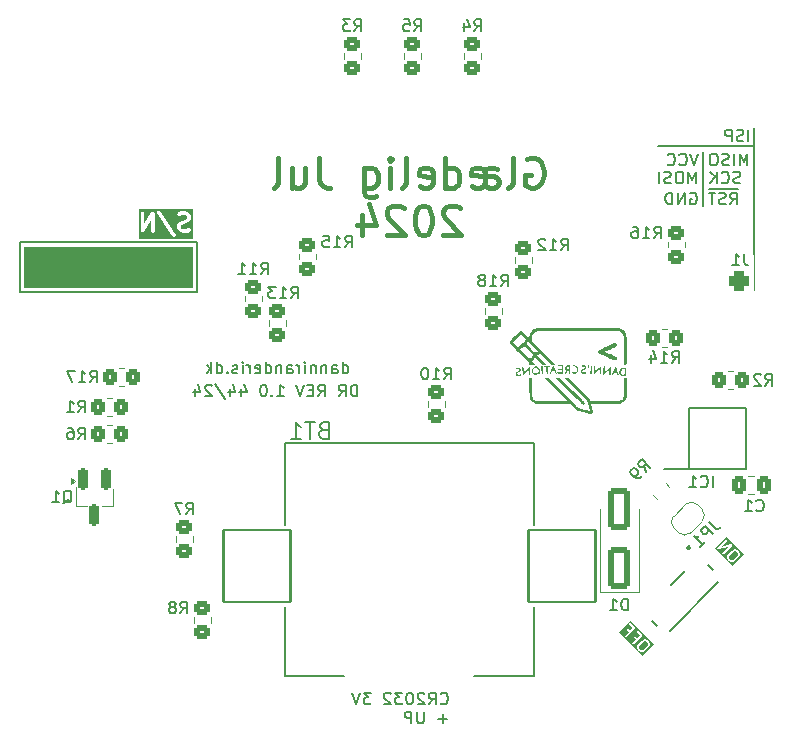
<source format=gbo>
%TF.GenerationSoftware,KiCad,Pcbnew,8.0.6*%
%TF.CreationDate,2024-11-04T22:38:12+01:00*%
%TF.ProjectId,christmas_ornament_2024,63687269-7374-46d6-9173-5f6f726e616d,1.0*%
%TF.SameCoordinates,Original*%
%TF.FileFunction,Legend,Bot*%
%TF.FilePolarity,Positive*%
%FSLAX46Y46*%
G04 Gerber Fmt 4.6, Leading zero omitted, Abs format (unit mm)*
G04 Created by KiCad (PCBNEW 8.0.6) date 2024-11-04 22:38:12*
%MOMM*%
%LPD*%
G01*
G04 APERTURE LIST*
G04 Aperture macros list*
%AMRoundRect*
0 Rectangle with rounded corners*
0 $1 Rounding radius*
0 $2 $3 $4 $5 $6 $7 $8 $9 X,Y pos of 4 corners*
0 Add a 4 corners polygon primitive as box body*
4,1,4,$2,$3,$4,$5,$6,$7,$8,$9,$2,$3,0*
0 Add four circle primitives for the rounded corners*
1,1,$1+$1,$2,$3*
1,1,$1+$1,$4,$5*
1,1,$1+$1,$6,$7*
1,1,$1+$1,$8,$9*
0 Add four rect primitives between the rounded corners*
20,1,$1+$1,$2,$3,$4,$5,0*
20,1,$1+$1,$4,$5,$6,$7,0*
20,1,$1+$1,$6,$7,$8,$9,0*
20,1,$1+$1,$8,$9,$2,$3,0*%
%AMFreePoly0*
4,1,19,0.499999,-0.750000,0.000000,-0.750000,0.000000,-0.744912,-0.071157,-0.744911,-0.207708,-0.704816,-0.327430,-0.627875,-0.420627,-0.520320,-0.479746,-0.390866,-0.500000,-0.250000,-0.500000,0.250000,-0.479746,0.390866,-0.420627,0.520320,-0.327430,0.627875,-0.207708,0.704816,-0.071157,0.744911,0.000000,0.744912,0.000000,0.750000,0.499999,0.750000,0.499999,-0.750000,0.499999,-0.750000,
$1*%
%AMFreePoly1*
4,1,19,0.000000,0.744912,0.071157,0.744911,0.207708,0.704816,0.327430,0.627875,0.420627,0.520320,0.479746,0.390866,0.500000,0.250000,0.500000,-0.250000,0.479746,-0.390866,0.420627,-0.520320,0.327430,-0.627875,0.207708,-0.704816,0.071157,-0.744911,0.000000,-0.744912,0.000000,-0.750000,-0.499999,-0.750000,-0.499999,0.750000,0.000000,0.750000,0.000000,0.744912,0.000000,0.744912,
$1*%
G04 Aperture macros list end*
%ADD10C,0.153000*%
%ADD11C,0.400000*%
%ADD12C,0.300000*%
%ADD13C,0.120000*%
%ADD14C,0.127000*%
%ADD15C,0.250000*%
%ADD16C,0.000000*%
%ADD17RoundRect,0.250000X0.450000X-0.350000X0.450000X0.350000X-0.450000X0.350000X-0.450000X-0.350000X0*%
%ADD18RoundRect,0.250000X-0.565685X-0.070711X-0.070711X-0.565685X0.565685X0.070711X0.070711X0.565685X0*%
%ADD19RoundRect,0.250000X0.337500X0.475000X-0.337500X0.475000X-0.337500X-0.475000X0.337500X-0.475000X0*%
%ADD20C,0.900000*%
%ADD21RoundRect,0.102000X-0.282843X0.777817X-0.777817X0.282843X0.282843X-0.777817X0.777817X-0.282843X0*%
%ADD22RoundRect,0.102000X0.070711X0.636396X-0.636396X-0.070711X-0.070711X-0.636396X0.636396X0.070711X0*%
%ADD23RoundRect,0.250000X-0.450000X0.350000X-0.450000X-0.350000X0.450000X-0.350000X0.450000X0.350000X0*%
%ADD24RoundRect,0.250000X-0.350000X-0.450000X0.350000X-0.450000X0.350000X0.450000X-0.350000X0.450000X0*%
%ADD25RoundRect,0.250000X0.350000X0.450000X-0.350000X0.450000X-0.350000X-0.450000X0.350000X-0.450000X0*%
%ADD26FreePoly0,45.000000*%
%ADD27FreePoly1,45.000000*%
%ADD28R,1.750000X0.650000*%
%ADD29C,18.104000*%
%ADD30RoundRect,0.102000X2.850000X3.050000X-2.850000X3.050000X-2.850000X-3.050000X2.850000X-3.050000X0*%
%ADD31RoundRect,0.425000X0.425000X0.425000X-0.425000X0.425000X-0.425000X-0.425000X0.425000X-0.425000X0*%
%ADD32C,1.700000*%
%ADD33RoundRect,0.200000X-0.200000X0.750000X-0.200000X-0.750000X0.200000X-0.750000X0.200000X0.750000X0*%
%ADD34RoundRect,0.250000X0.650000X-1.500000X0.650000X1.500000X-0.650000X1.500000X-0.650000X-1.500000X0*%
G04 APERTURE END LIST*
D10*
X181792806Y-77768453D02*
X173664806Y-77768453D01*
X177474806Y-78276453D02*
X177474806Y-82848453D01*
X181792806Y-86912453D02*
X181792806Y-76244453D01*
X148180053Y-98974116D02*
X148180053Y-97974116D01*
X148180053Y-97974116D02*
X147941958Y-97974116D01*
X147941958Y-97974116D02*
X147799101Y-98021735D01*
X147799101Y-98021735D02*
X147703863Y-98116973D01*
X147703863Y-98116973D02*
X147656244Y-98212211D01*
X147656244Y-98212211D02*
X147608625Y-98402687D01*
X147608625Y-98402687D02*
X147608625Y-98545544D01*
X147608625Y-98545544D02*
X147656244Y-98736020D01*
X147656244Y-98736020D02*
X147703863Y-98831258D01*
X147703863Y-98831258D02*
X147799101Y-98926497D01*
X147799101Y-98926497D02*
X147941958Y-98974116D01*
X147941958Y-98974116D02*
X148180053Y-98974116D01*
X146608625Y-98974116D02*
X146941958Y-98497925D01*
X147180053Y-98974116D02*
X147180053Y-97974116D01*
X147180053Y-97974116D02*
X146799101Y-97974116D01*
X146799101Y-97974116D02*
X146703863Y-98021735D01*
X146703863Y-98021735D02*
X146656244Y-98069354D01*
X146656244Y-98069354D02*
X146608625Y-98164592D01*
X146608625Y-98164592D02*
X146608625Y-98307449D01*
X146608625Y-98307449D02*
X146656244Y-98402687D01*
X146656244Y-98402687D02*
X146703863Y-98450306D01*
X146703863Y-98450306D02*
X146799101Y-98497925D01*
X146799101Y-98497925D02*
X147180053Y-98497925D01*
X144846720Y-98974116D02*
X145180053Y-98497925D01*
X145418148Y-98974116D02*
X145418148Y-97974116D01*
X145418148Y-97974116D02*
X145037196Y-97974116D01*
X145037196Y-97974116D02*
X144941958Y-98021735D01*
X144941958Y-98021735D02*
X144894339Y-98069354D01*
X144894339Y-98069354D02*
X144846720Y-98164592D01*
X144846720Y-98164592D02*
X144846720Y-98307449D01*
X144846720Y-98307449D02*
X144894339Y-98402687D01*
X144894339Y-98402687D02*
X144941958Y-98450306D01*
X144941958Y-98450306D02*
X145037196Y-98497925D01*
X145037196Y-98497925D02*
X145418148Y-98497925D01*
X144418148Y-98450306D02*
X144084815Y-98450306D01*
X143941958Y-98974116D02*
X144418148Y-98974116D01*
X144418148Y-98974116D02*
X144418148Y-97974116D01*
X144418148Y-97974116D02*
X143941958Y-97974116D01*
X143656243Y-97974116D02*
X143322910Y-98974116D01*
X143322910Y-98974116D02*
X142989577Y-97974116D01*
X141370529Y-98974116D02*
X141941957Y-98974116D01*
X141656243Y-98974116D02*
X141656243Y-97974116D01*
X141656243Y-97974116D02*
X141751481Y-98116973D01*
X141751481Y-98116973D02*
X141846719Y-98212211D01*
X141846719Y-98212211D02*
X141941957Y-98259830D01*
X140941957Y-98878877D02*
X140894338Y-98926497D01*
X140894338Y-98926497D02*
X140941957Y-98974116D01*
X140941957Y-98974116D02*
X140989576Y-98926497D01*
X140989576Y-98926497D02*
X140941957Y-98878877D01*
X140941957Y-98878877D02*
X140941957Y-98974116D01*
X140275291Y-97974116D02*
X140180053Y-97974116D01*
X140180053Y-97974116D02*
X140084815Y-98021735D01*
X140084815Y-98021735D02*
X140037196Y-98069354D01*
X140037196Y-98069354D02*
X139989577Y-98164592D01*
X139989577Y-98164592D02*
X139941958Y-98355068D01*
X139941958Y-98355068D02*
X139941958Y-98593163D01*
X139941958Y-98593163D02*
X139989577Y-98783639D01*
X139989577Y-98783639D02*
X140037196Y-98878877D01*
X140037196Y-98878877D02*
X140084815Y-98926497D01*
X140084815Y-98926497D02*
X140180053Y-98974116D01*
X140180053Y-98974116D02*
X140275291Y-98974116D01*
X140275291Y-98974116D02*
X140370529Y-98926497D01*
X140370529Y-98926497D02*
X140418148Y-98878877D01*
X140418148Y-98878877D02*
X140465767Y-98783639D01*
X140465767Y-98783639D02*
X140513386Y-98593163D01*
X140513386Y-98593163D02*
X140513386Y-98355068D01*
X140513386Y-98355068D02*
X140465767Y-98164592D01*
X140465767Y-98164592D02*
X140418148Y-98069354D01*
X140418148Y-98069354D02*
X140370529Y-98021735D01*
X140370529Y-98021735D02*
X140275291Y-97974116D01*
X138322910Y-98307449D02*
X138322910Y-98974116D01*
X138561005Y-97926497D02*
X138799100Y-98640782D01*
X138799100Y-98640782D02*
X138180053Y-98640782D01*
X137370529Y-98307449D02*
X137370529Y-98974116D01*
X137608624Y-97926497D02*
X137846719Y-98640782D01*
X137846719Y-98640782D02*
X137227672Y-98640782D01*
X136132434Y-97926497D02*
X136989576Y-99212211D01*
X135846719Y-98069354D02*
X135799100Y-98021735D01*
X135799100Y-98021735D02*
X135703862Y-97974116D01*
X135703862Y-97974116D02*
X135465767Y-97974116D01*
X135465767Y-97974116D02*
X135370529Y-98021735D01*
X135370529Y-98021735D02*
X135322910Y-98069354D01*
X135322910Y-98069354D02*
X135275291Y-98164592D01*
X135275291Y-98164592D02*
X135275291Y-98259830D01*
X135275291Y-98259830D02*
X135322910Y-98402687D01*
X135322910Y-98402687D02*
X135894338Y-98974116D01*
X135894338Y-98974116D02*
X135275291Y-98974116D01*
X134418148Y-98307449D02*
X134418148Y-98974116D01*
X134656243Y-97926497D02*
X134894338Y-98640782D01*
X134894338Y-98640782D02*
X134275291Y-98640782D01*
G36*
X172643840Y-119707138D02*
G01*
X172752990Y-119816288D01*
X172777025Y-119888391D01*
X172777025Y-119989475D01*
X172691758Y-120131587D01*
X172469371Y-120353974D01*
X172327260Y-120439241D01*
X172226175Y-120439241D01*
X172154072Y-120415206D01*
X172044922Y-120306056D01*
X172020888Y-120233952D01*
X172020888Y-120132868D01*
X172106154Y-119990757D01*
X172328541Y-119768370D01*
X172470654Y-119683104D01*
X172571737Y-119683104D01*
X172643840Y-119707138D01*
G37*
G36*
X173253536Y-119943321D02*
G01*
X172281106Y-120915751D01*
X171477036Y-120111680D01*
X171867888Y-120111680D01*
X171867888Y-120246367D01*
X171868632Y-120253921D01*
X171868489Y-120255936D01*
X171869091Y-120258585D01*
X171869358Y-120261291D01*
X171870130Y-120263156D01*
X171871814Y-120270559D01*
X171905486Y-120371573D01*
X171911600Y-120385267D01*
X171913401Y-120387343D01*
X171914453Y-120389883D01*
X171923966Y-120401476D01*
X172058653Y-120536163D01*
X172070246Y-120545676D01*
X172072785Y-120546727D01*
X172074862Y-120548529D01*
X172088555Y-120554643D01*
X172189570Y-120588315D01*
X172196972Y-120589998D01*
X172198838Y-120590771D01*
X172201543Y-120591037D01*
X172204193Y-120591640D01*
X172206207Y-120591496D01*
X172213762Y-120592241D01*
X172348449Y-120592241D01*
X172363373Y-120590771D01*
X172368628Y-120588594D01*
X172374254Y-120587757D01*
X172387808Y-120581339D01*
X172556166Y-120480325D01*
X172558268Y-120478763D01*
X172559309Y-120478333D01*
X172563673Y-120474751D01*
X172568207Y-120471386D01*
X172568877Y-120470481D01*
X172570902Y-120468820D01*
X172806604Y-120233118D01*
X172808265Y-120231093D01*
X172809169Y-120230424D01*
X172812532Y-120225892D01*
X172816117Y-120221525D01*
X172816548Y-120220484D01*
X172818108Y-120218383D01*
X172919123Y-120050024D01*
X172925541Y-120036471D01*
X172926378Y-120030844D01*
X172928555Y-120025589D01*
X172930025Y-120010665D01*
X172930025Y-119875978D01*
X172929280Y-119868423D01*
X172929424Y-119866409D01*
X172928821Y-119863759D01*
X172928555Y-119861054D01*
X172927782Y-119859188D01*
X172926099Y-119851786D01*
X172892427Y-119750771D01*
X172886313Y-119737078D01*
X172884511Y-119735001D01*
X172883460Y-119732462D01*
X172873947Y-119720869D01*
X172739260Y-119586182D01*
X172727667Y-119576669D01*
X172725127Y-119575617D01*
X172723051Y-119573816D01*
X172709357Y-119567702D01*
X172608343Y-119534030D01*
X172600940Y-119532346D01*
X172599075Y-119531574D01*
X172596369Y-119531307D01*
X172593720Y-119530705D01*
X172591705Y-119530848D01*
X172584151Y-119530104D01*
X172449464Y-119530104D01*
X172434540Y-119531574D01*
X172429284Y-119533750D01*
X172423658Y-119534588D01*
X172410105Y-119541006D01*
X172241746Y-119642021D01*
X172239644Y-119643580D01*
X172238604Y-119644012D01*
X172234236Y-119647596D01*
X172229705Y-119650960D01*
X172229035Y-119651863D01*
X172227011Y-119653525D01*
X171991309Y-119889227D01*
X171989647Y-119891251D01*
X171988743Y-119891922D01*
X171985377Y-119896455D01*
X171981796Y-119900820D01*
X171981365Y-119901860D01*
X171979804Y-119903963D01*
X171878790Y-120072321D01*
X171872372Y-120085875D01*
X171871534Y-120091500D01*
X171869358Y-120096756D01*
X171867888Y-120111680D01*
X171477036Y-120111680D01*
X171226410Y-119861054D01*
X171431625Y-119861054D01*
X171431625Y-119890902D01*
X171443048Y-119918479D01*
X171464154Y-119939585D01*
X171491731Y-119951008D01*
X171521579Y-119951008D01*
X171549156Y-119939585D01*
X171560749Y-119930072D01*
X172267855Y-119222965D01*
X172277369Y-119211373D01*
X172288791Y-119183795D01*
X172288791Y-119153947D01*
X172277369Y-119126370D01*
X172277369Y-119126369D01*
X172267855Y-119114777D01*
X171931138Y-118778060D01*
X171919545Y-118768547D01*
X171891968Y-118757124D01*
X171862120Y-118757124D01*
X171834543Y-118768547D01*
X171813437Y-118789653D01*
X171802014Y-118817230D01*
X171802014Y-118847078D01*
X171813437Y-118874655D01*
X171822950Y-118886248D01*
X172105574Y-119168871D01*
X171877044Y-119397401D01*
X171695436Y-119215792D01*
X171683843Y-119206279D01*
X171656266Y-119194856D01*
X171626418Y-119194856D01*
X171598841Y-119206279D01*
X171577735Y-119227385D01*
X171566312Y-119254962D01*
X171566312Y-119284810D01*
X171577735Y-119312387D01*
X171587248Y-119323980D01*
X171768856Y-119505589D01*
X171452561Y-119821884D01*
X171443048Y-119833477D01*
X171431625Y-119861054D01*
X171226410Y-119861054D01*
X170620318Y-119254962D01*
X170825534Y-119254962D01*
X170825534Y-119284810D01*
X170836957Y-119312387D01*
X170858063Y-119333493D01*
X170885640Y-119344916D01*
X170915488Y-119344916D01*
X170943065Y-119333493D01*
X170954658Y-119323980D01*
X171661764Y-118616872D01*
X171671272Y-118605285D01*
X171671277Y-118605281D01*
X171682700Y-118577703D01*
X171682700Y-118547855D01*
X171671277Y-118520278D01*
X171671277Y-118520277D01*
X171671272Y-118520272D01*
X171661764Y-118508686D01*
X171325047Y-118171968D01*
X171313454Y-118162455D01*
X171285877Y-118151032D01*
X171256029Y-118151032D01*
X171228452Y-118162455D01*
X171207346Y-118183561D01*
X171195923Y-118211138D01*
X171195923Y-118240986D01*
X171207346Y-118268563D01*
X171216859Y-118280156D01*
X171499482Y-118562779D01*
X171270953Y-118791309D01*
X171089345Y-118609701D01*
X171077752Y-118600188D01*
X171050175Y-118588765D01*
X171020327Y-118588765D01*
X170992750Y-118600188D01*
X170971644Y-118621294D01*
X170960221Y-118648871D01*
X170960221Y-118678719D01*
X170971644Y-118706296D01*
X170981157Y-118717889D01*
X171162765Y-118899497D01*
X170846470Y-119215792D01*
X170836957Y-119227385D01*
X170825534Y-119254962D01*
X170620318Y-119254962D01*
X170299564Y-118934208D01*
X171271993Y-117961779D01*
X173253536Y-119943321D01*
G37*
D11*
X162523282Y-78909888D02*
X162761377Y-78790840D01*
X162761377Y-78790840D02*
X163118520Y-78790840D01*
X163118520Y-78790840D02*
X163475663Y-78909888D01*
X163475663Y-78909888D02*
X163713758Y-79147983D01*
X163713758Y-79147983D02*
X163832805Y-79386078D01*
X163832805Y-79386078D02*
X163951853Y-79862269D01*
X163951853Y-79862269D02*
X163951853Y-80219412D01*
X163951853Y-80219412D02*
X163832805Y-80695602D01*
X163832805Y-80695602D02*
X163713758Y-80933697D01*
X163713758Y-80933697D02*
X163475663Y-81171793D01*
X163475663Y-81171793D02*
X163118520Y-81290840D01*
X163118520Y-81290840D02*
X162880424Y-81290840D01*
X162880424Y-81290840D02*
X162523282Y-81171793D01*
X162523282Y-81171793D02*
X162404234Y-81052745D01*
X162404234Y-81052745D02*
X162404234Y-80219412D01*
X162404234Y-80219412D02*
X162880424Y-80219412D01*
X160975663Y-81290840D02*
X161213758Y-81171793D01*
X161213758Y-81171793D02*
X161332805Y-80933697D01*
X161332805Y-80933697D02*
X161332805Y-78790840D01*
X160023281Y-79743221D02*
X159785186Y-79624173D01*
X159785186Y-79624173D02*
X159308996Y-79624173D01*
X159308996Y-79624173D02*
X159070900Y-79743221D01*
X159070900Y-79743221D02*
X158951853Y-79981316D01*
X157880424Y-81171793D02*
X158118520Y-81290840D01*
X158118520Y-81290840D02*
X158594710Y-81290840D01*
X158594710Y-81290840D02*
X158832805Y-81171793D01*
X158832805Y-81171793D02*
X158951853Y-80933697D01*
X158951853Y-80933697D02*
X158951853Y-79981316D01*
X158951853Y-79981316D02*
X158832805Y-79743221D01*
X158832805Y-79743221D02*
X158594710Y-79624173D01*
X158594710Y-79624173D02*
X158118520Y-79624173D01*
X158118520Y-79624173D02*
X157880424Y-79743221D01*
X157880424Y-79743221D02*
X157761377Y-79981316D01*
X157761377Y-79981316D02*
X157761377Y-80219412D01*
X157761377Y-80219412D02*
X158951853Y-80338459D01*
X158951853Y-80338459D02*
X159785186Y-80338459D01*
X159785186Y-80338459D02*
X160023281Y-80457507D01*
X160023281Y-80457507D02*
X160142329Y-80695602D01*
X160142329Y-80695602D02*
X160142329Y-80933697D01*
X160142329Y-80933697D02*
X160023281Y-81171793D01*
X160023281Y-81171793D02*
X159785186Y-81290840D01*
X159785186Y-81290840D02*
X159308996Y-81290840D01*
X159308996Y-81290840D02*
X159070900Y-81171793D01*
X159070900Y-81171793D02*
X158951853Y-80933697D01*
X155618520Y-81290840D02*
X155618520Y-78790840D01*
X155618520Y-81171793D02*
X155856615Y-81290840D01*
X155856615Y-81290840D02*
X156332806Y-81290840D01*
X156332806Y-81290840D02*
X156570901Y-81171793D01*
X156570901Y-81171793D02*
X156689948Y-81052745D01*
X156689948Y-81052745D02*
X156808996Y-80814650D01*
X156808996Y-80814650D02*
X156808996Y-80100364D01*
X156808996Y-80100364D02*
X156689948Y-79862269D01*
X156689948Y-79862269D02*
X156570901Y-79743221D01*
X156570901Y-79743221D02*
X156332806Y-79624173D01*
X156332806Y-79624173D02*
X155856615Y-79624173D01*
X155856615Y-79624173D02*
X155618520Y-79743221D01*
X153475662Y-81171793D02*
X153713758Y-81290840D01*
X153713758Y-81290840D02*
X154189948Y-81290840D01*
X154189948Y-81290840D02*
X154428043Y-81171793D01*
X154428043Y-81171793D02*
X154547091Y-80933697D01*
X154547091Y-80933697D02*
X154547091Y-79981316D01*
X154547091Y-79981316D02*
X154428043Y-79743221D01*
X154428043Y-79743221D02*
X154189948Y-79624173D01*
X154189948Y-79624173D02*
X153713758Y-79624173D01*
X153713758Y-79624173D02*
X153475662Y-79743221D01*
X153475662Y-79743221D02*
X153356615Y-79981316D01*
X153356615Y-79981316D02*
X153356615Y-80219412D01*
X153356615Y-80219412D02*
X154547091Y-80457507D01*
X151928044Y-81290840D02*
X152166139Y-81171793D01*
X152166139Y-81171793D02*
X152285186Y-80933697D01*
X152285186Y-80933697D02*
X152285186Y-78790840D01*
X150975662Y-81290840D02*
X150975662Y-79624173D01*
X150975662Y-78790840D02*
X151094710Y-78909888D01*
X151094710Y-78909888D02*
X150975662Y-79028935D01*
X150975662Y-79028935D02*
X150856615Y-78909888D01*
X150856615Y-78909888D02*
X150975662Y-78790840D01*
X150975662Y-78790840D02*
X150975662Y-79028935D01*
X148713758Y-79624173D02*
X148713758Y-81647983D01*
X148713758Y-81647983D02*
X148832805Y-81886078D01*
X148832805Y-81886078D02*
X148951853Y-82005126D01*
X148951853Y-82005126D02*
X149189948Y-82124173D01*
X149189948Y-82124173D02*
X149547091Y-82124173D01*
X149547091Y-82124173D02*
X149785186Y-82005126D01*
X148713758Y-81171793D02*
X148951853Y-81290840D01*
X148951853Y-81290840D02*
X149428044Y-81290840D01*
X149428044Y-81290840D02*
X149666139Y-81171793D01*
X149666139Y-81171793D02*
X149785186Y-81052745D01*
X149785186Y-81052745D02*
X149904234Y-80814650D01*
X149904234Y-80814650D02*
X149904234Y-80100364D01*
X149904234Y-80100364D02*
X149785186Y-79862269D01*
X149785186Y-79862269D02*
X149666139Y-79743221D01*
X149666139Y-79743221D02*
X149428044Y-79624173D01*
X149428044Y-79624173D02*
X148951853Y-79624173D01*
X148951853Y-79624173D02*
X148713758Y-79743221D01*
X144904234Y-78790840D02*
X144904234Y-80576554D01*
X144904234Y-80576554D02*
X145023281Y-80933697D01*
X145023281Y-80933697D02*
X145261377Y-81171793D01*
X145261377Y-81171793D02*
X145618519Y-81290840D01*
X145618519Y-81290840D02*
X145856615Y-81290840D01*
X142642329Y-79624173D02*
X142642329Y-81290840D01*
X143713757Y-79624173D02*
X143713757Y-80933697D01*
X143713757Y-80933697D02*
X143594710Y-81171793D01*
X143594710Y-81171793D02*
X143356615Y-81290840D01*
X143356615Y-81290840D02*
X142999472Y-81290840D01*
X142999472Y-81290840D02*
X142761376Y-81171793D01*
X142761376Y-81171793D02*
X142642329Y-81052745D01*
X141094710Y-81290840D02*
X141332805Y-81171793D01*
X141332805Y-81171793D02*
X141451852Y-80933697D01*
X141451852Y-80933697D02*
X141451852Y-78790840D01*
X156868519Y-83053795D02*
X156749471Y-82934748D01*
X156749471Y-82934748D02*
X156511376Y-82815700D01*
X156511376Y-82815700D02*
X155916138Y-82815700D01*
X155916138Y-82815700D02*
X155678043Y-82934748D01*
X155678043Y-82934748D02*
X155558995Y-83053795D01*
X155558995Y-83053795D02*
X155439948Y-83291891D01*
X155439948Y-83291891D02*
X155439948Y-83529986D01*
X155439948Y-83529986D02*
X155558995Y-83887129D01*
X155558995Y-83887129D02*
X156987567Y-85315700D01*
X156987567Y-85315700D02*
X155439948Y-85315700D01*
X153892329Y-82815700D02*
X153654234Y-82815700D01*
X153654234Y-82815700D02*
X153416138Y-82934748D01*
X153416138Y-82934748D02*
X153297091Y-83053795D01*
X153297091Y-83053795D02*
X153178043Y-83291891D01*
X153178043Y-83291891D02*
X153058996Y-83768081D01*
X153058996Y-83768081D02*
X153058996Y-84363319D01*
X153058996Y-84363319D02*
X153178043Y-84839510D01*
X153178043Y-84839510D02*
X153297091Y-85077605D01*
X153297091Y-85077605D02*
X153416138Y-85196653D01*
X153416138Y-85196653D02*
X153654234Y-85315700D01*
X153654234Y-85315700D02*
X153892329Y-85315700D01*
X153892329Y-85315700D02*
X154130424Y-85196653D01*
X154130424Y-85196653D02*
X154249472Y-85077605D01*
X154249472Y-85077605D02*
X154368519Y-84839510D01*
X154368519Y-84839510D02*
X154487567Y-84363319D01*
X154487567Y-84363319D02*
X154487567Y-83768081D01*
X154487567Y-83768081D02*
X154368519Y-83291891D01*
X154368519Y-83291891D02*
X154249472Y-83053795D01*
X154249472Y-83053795D02*
X154130424Y-82934748D01*
X154130424Y-82934748D02*
X153892329Y-82815700D01*
X152106615Y-83053795D02*
X151987567Y-82934748D01*
X151987567Y-82934748D02*
X151749472Y-82815700D01*
X151749472Y-82815700D02*
X151154234Y-82815700D01*
X151154234Y-82815700D02*
X150916139Y-82934748D01*
X150916139Y-82934748D02*
X150797091Y-83053795D01*
X150797091Y-83053795D02*
X150678044Y-83291891D01*
X150678044Y-83291891D02*
X150678044Y-83529986D01*
X150678044Y-83529986D02*
X150797091Y-83887129D01*
X150797091Y-83887129D02*
X152225663Y-85315700D01*
X152225663Y-85315700D02*
X150678044Y-85315700D01*
X148535187Y-83649033D02*
X148535187Y-85315700D01*
X149130425Y-82696653D02*
X149725663Y-84482367D01*
X149725663Y-84482367D02*
X148178044Y-84482367D01*
D10*
X146930615Y-97019116D02*
X146930615Y-96019116D01*
X146930615Y-96971497D02*
X147025853Y-97019116D01*
X147025853Y-97019116D02*
X147216329Y-97019116D01*
X147216329Y-97019116D02*
X147311567Y-96971497D01*
X147311567Y-96971497D02*
X147359186Y-96923877D01*
X147359186Y-96923877D02*
X147406805Y-96828639D01*
X147406805Y-96828639D02*
X147406805Y-96542925D01*
X147406805Y-96542925D02*
X147359186Y-96447687D01*
X147359186Y-96447687D02*
X147311567Y-96400068D01*
X147311567Y-96400068D02*
X147216329Y-96352449D01*
X147216329Y-96352449D02*
X147025853Y-96352449D01*
X147025853Y-96352449D02*
X146930615Y-96400068D01*
X146025853Y-97019116D02*
X146025853Y-96495306D01*
X146025853Y-96495306D02*
X146073472Y-96400068D01*
X146073472Y-96400068D02*
X146168710Y-96352449D01*
X146168710Y-96352449D02*
X146359186Y-96352449D01*
X146359186Y-96352449D02*
X146454424Y-96400068D01*
X146025853Y-96971497D02*
X146121091Y-97019116D01*
X146121091Y-97019116D02*
X146359186Y-97019116D01*
X146359186Y-97019116D02*
X146454424Y-96971497D01*
X146454424Y-96971497D02*
X146502043Y-96876258D01*
X146502043Y-96876258D02*
X146502043Y-96781020D01*
X146502043Y-96781020D02*
X146454424Y-96685782D01*
X146454424Y-96685782D02*
X146359186Y-96638163D01*
X146359186Y-96638163D02*
X146121091Y-96638163D01*
X146121091Y-96638163D02*
X146025853Y-96590544D01*
X145549662Y-96352449D02*
X145549662Y-97019116D01*
X145549662Y-96447687D02*
X145502043Y-96400068D01*
X145502043Y-96400068D02*
X145406805Y-96352449D01*
X145406805Y-96352449D02*
X145263948Y-96352449D01*
X145263948Y-96352449D02*
X145168710Y-96400068D01*
X145168710Y-96400068D02*
X145121091Y-96495306D01*
X145121091Y-96495306D02*
X145121091Y-97019116D01*
X144644900Y-96352449D02*
X144644900Y-97019116D01*
X144644900Y-96447687D02*
X144597281Y-96400068D01*
X144597281Y-96400068D02*
X144502043Y-96352449D01*
X144502043Y-96352449D02*
X144359186Y-96352449D01*
X144359186Y-96352449D02*
X144263948Y-96400068D01*
X144263948Y-96400068D02*
X144216329Y-96495306D01*
X144216329Y-96495306D02*
X144216329Y-97019116D01*
X143740138Y-97019116D02*
X143740138Y-96352449D01*
X143740138Y-96019116D02*
X143787757Y-96066735D01*
X143787757Y-96066735D02*
X143740138Y-96114354D01*
X143740138Y-96114354D02*
X143692519Y-96066735D01*
X143692519Y-96066735D02*
X143740138Y-96019116D01*
X143740138Y-96019116D02*
X143740138Y-96114354D01*
X143263948Y-97019116D02*
X143263948Y-96352449D01*
X143263948Y-96542925D02*
X143216329Y-96447687D01*
X143216329Y-96447687D02*
X143168710Y-96400068D01*
X143168710Y-96400068D02*
X143073472Y-96352449D01*
X143073472Y-96352449D02*
X142978234Y-96352449D01*
X142216329Y-97019116D02*
X142216329Y-96495306D01*
X142216329Y-96495306D02*
X142263948Y-96400068D01*
X142263948Y-96400068D02*
X142359186Y-96352449D01*
X142359186Y-96352449D02*
X142549662Y-96352449D01*
X142549662Y-96352449D02*
X142644900Y-96400068D01*
X142216329Y-96971497D02*
X142311567Y-97019116D01*
X142311567Y-97019116D02*
X142549662Y-97019116D01*
X142549662Y-97019116D02*
X142644900Y-96971497D01*
X142644900Y-96971497D02*
X142692519Y-96876258D01*
X142692519Y-96876258D02*
X142692519Y-96781020D01*
X142692519Y-96781020D02*
X142644900Y-96685782D01*
X142644900Y-96685782D02*
X142549662Y-96638163D01*
X142549662Y-96638163D02*
X142311567Y-96638163D01*
X142311567Y-96638163D02*
X142216329Y-96590544D01*
X141740138Y-96352449D02*
X141740138Y-97019116D01*
X141740138Y-96447687D02*
X141692519Y-96400068D01*
X141692519Y-96400068D02*
X141597281Y-96352449D01*
X141597281Y-96352449D02*
X141454424Y-96352449D01*
X141454424Y-96352449D02*
X141359186Y-96400068D01*
X141359186Y-96400068D02*
X141311567Y-96495306D01*
X141311567Y-96495306D02*
X141311567Y-97019116D01*
X140406805Y-97019116D02*
X140406805Y-96019116D01*
X140406805Y-96971497D02*
X140502043Y-97019116D01*
X140502043Y-97019116D02*
X140692519Y-97019116D01*
X140692519Y-97019116D02*
X140787757Y-96971497D01*
X140787757Y-96971497D02*
X140835376Y-96923877D01*
X140835376Y-96923877D02*
X140882995Y-96828639D01*
X140882995Y-96828639D02*
X140882995Y-96542925D01*
X140882995Y-96542925D02*
X140835376Y-96447687D01*
X140835376Y-96447687D02*
X140787757Y-96400068D01*
X140787757Y-96400068D02*
X140692519Y-96352449D01*
X140692519Y-96352449D02*
X140502043Y-96352449D01*
X140502043Y-96352449D02*
X140406805Y-96400068D01*
X139549662Y-96971497D02*
X139644900Y-97019116D01*
X139644900Y-97019116D02*
X139835376Y-97019116D01*
X139835376Y-97019116D02*
X139930614Y-96971497D01*
X139930614Y-96971497D02*
X139978233Y-96876258D01*
X139978233Y-96876258D02*
X139978233Y-96495306D01*
X139978233Y-96495306D02*
X139930614Y-96400068D01*
X139930614Y-96400068D02*
X139835376Y-96352449D01*
X139835376Y-96352449D02*
X139644900Y-96352449D01*
X139644900Y-96352449D02*
X139549662Y-96400068D01*
X139549662Y-96400068D02*
X139502043Y-96495306D01*
X139502043Y-96495306D02*
X139502043Y-96590544D01*
X139502043Y-96590544D02*
X139978233Y-96685782D01*
X139073471Y-97019116D02*
X139073471Y-96352449D01*
X139073471Y-96542925D02*
X139025852Y-96447687D01*
X139025852Y-96447687D02*
X138978233Y-96400068D01*
X138978233Y-96400068D02*
X138882995Y-96352449D01*
X138882995Y-96352449D02*
X138787757Y-96352449D01*
X138454423Y-97019116D02*
X138454423Y-96352449D01*
X138454423Y-96019116D02*
X138502042Y-96066735D01*
X138502042Y-96066735D02*
X138454423Y-96114354D01*
X138454423Y-96114354D02*
X138406804Y-96066735D01*
X138406804Y-96066735D02*
X138454423Y-96019116D01*
X138454423Y-96019116D02*
X138454423Y-96114354D01*
X138025852Y-96971497D02*
X137930614Y-97019116D01*
X137930614Y-97019116D02*
X137740138Y-97019116D01*
X137740138Y-97019116D02*
X137644900Y-96971497D01*
X137644900Y-96971497D02*
X137597281Y-96876258D01*
X137597281Y-96876258D02*
X137597281Y-96828639D01*
X137597281Y-96828639D02*
X137644900Y-96733401D01*
X137644900Y-96733401D02*
X137740138Y-96685782D01*
X137740138Y-96685782D02*
X137882995Y-96685782D01*
X137882995Y-96685782D02*
X137978233Y-96638163D01*
X137978233Y-96638163D02*
X138025852Y-96542925D01*
X138025852Y-96542925D02*
X138025852Y-96495306D01*
X138025852Y-96495306D02*
X137978233Y-96400068D01*
X137978233Y-96400068D02*
X137882995Y-96352449D01*
X137882995Y-96352449D02*
X137740138Y-96352449D01*
X137740138Y-96352449D02*
X137644900Y-96400068D01*
X137168709Y-96923877D02*
X137121090Y-96971497D01*
X137121090Y-96971497D02*
X137168709Y-97019116D01*
X137168709Y-97019116D02*
X137216328Y-96971497D01*
X137216328Y-96971497D02*
X137168709Y-96923877D01*
X137168709Y-96923877D02*
X137168709Y-97019116D01*
X136263948Y-97019116D02*
X136263948Y-96019116D01*
X136263948Y-96971497D02*
X136359186Y-97019116D01*
X136359186Y-97019116D02*
X136549662Y-97019116D01*
X136549662Y-97019116D02*
X136644900Y-96971497D01*
X136644900Y-96971497D02*
X136692519Y-96923877D01*
X136692519Y-96923877D02*
X136740138Y-96828639D01*
X136740138Y-96828639D02*
X136740138Y-96542925D01*
X136740138Y-96542925D02*
X136692519Y-96447687D01*
X136692519Y-96447687D02*
X136644900Y-96400068D01*
X136644900Y-96400068D02*
X136549662Y-96352449D01*
X136549662Y-96352449D02*
X136359186Y-96352449D01*
X136359186Y-96352449D02*
X136263948Y-96400068D01*
X135787757Y-97019116D02*
X135787757Y-96019116D01*
X135692519Y-96638163D02*
X135406805Y-97019116D01*
X135406805Y-96352449D02*
X135787757Y-96733401D01*
X181289938Y-77384116D02*
X181289938Y-76384116D01*
X180861367Y-77336497D02*
X180718510Y-77384116D01*
X180718510Y-77384116D02*
X180480415Y-77384116D01*
X180480415Y-77384116D02*
X180385177Y-77336497D01*
X180385177Y-77336497D02*
X180337558Y-77288877D01*
X180337558Y-77288877D02*
X180289939Y-77193639D01*
X180289939Y-77193639D02*
X180289939Y-77098401D01*
X180289939Y-77098401D02*
X180337558Y-77003163D01*
X180337558Y-77003163D02*
X180385177Y-76955544D01*
X180385177Y-76955544D02*
X180480415Y-76907925D01*
X180480415Y-76907925D02*
X180670891Y-76860306D01*
X180670891Y-76860306D02*
X180766129Y-76812687D01*
X180766129Y-76812687D02*
X180813748Y-76765068D01*
X180813748Y-76765068D02*
X180861367Y-76669830D01*
X180861367Y-76669830D02*
X180861367Y-76574592D01*
X180861367Y-76574592D02*
X180813748Y-76479354D01*
X180813748Y-76479354D02*
X180766129Y-76431735D01*
X180766129Y-76431735D02*
X180670891Y-76384116D01*
X180670891Y-76384116D02*
X180432796Y-76384116D01*
X180432796Y-76384116D02*
X180289939Y-76431735D01*
X179861367Y-77384116D02*
X179861367Y-76384116D01*
X179861367Y-76384116D02*
X179480415Y-76384116D01*
X179480415Y-76384116D02*
X179385177Y-76431735D01*
X179385177Y-76431735D02*
X179337558Y-76479354D01*
X179337558Y-76479354D02*
X179289939Y-76574592D01*
X179289939Y-76574592D02*
X179289939Y-76717449D01*
X179289939Y-76717449D02*
X179337558Y-76812687D01*
X179337558Y-76812687D02*
X179385177Y-76860306D01*
X179385177Y-76860306D02*
X179480415Y-76907925D01*
X179480415Y-76907925D02*
X179861367Y-76907925D01*
G36*
X180263840Y-112087138D02*
G01*
X180372990Y-112196288D01*
X180397025Y-112268391D01*
X180397025Y-112369475D01*
X180311758Y-112511587D01*
X180089371Y-112733974D01*
X179947260Y-112819241D01*
X179846175Y-112819241D01*
X179774072Y-112795206D01*
X179664922Y-112686056D01*
X179640888Y-112613952D01*
X179640888Y-112512868D01*
X179726154Y-112370757D01*
X179948541Y-112148370D01*
X180090654Y-112063104D01*
X180191737Y-112063104D01*
X180263840Y-112087138D01*
G37*
G36*
X180873535Y-112323322D02*
G01*
X179901106Y-113295751D01*
X179097036Y-112491680D01*
X179487888Y-112491680D01*
X179487888Y-112626367D01*
X179488632Y-112633921D01*
X179488489Y-112635936D01*
X179489091Y-112638585D01*
X179489358Y-112641291D01*
X179490130Y-112643156D01*
X179491814Y-112650559D01*
X179525486Y-112751573D01*
X179531600Y-112765267D01*
X179533401Y-112767343D01*
X179534453Y-112769883D01*
X179543966Y-112781476D01*
X179678653Y-112916163D01*
X179690246Y-112925676D01*
X179692785Y-112926727D01*
X179694862Y-112928529D01*
X179708555Y-112934643D01*
X179809570Y-112968315D01*
X179816972Y-112969998D01*
X179818838Y-112970771D01*
X179821543Y-112971037D01*
X179824193Y-112971640D01*
X179826207Y-112971496D01*
X179833762Y-112972241D01*
X179968449Y-112972241D01*
X179983373Y-112970771D01*
X179988628Y-112968594D01*
X179994254Y-112967757D01*
X180007808Y-112961339D01*
X180176166Y-112860325D01*
X180178268Y-112858763D01*
X180179309Y-112858333D01*
X180183673Y-112854751D01*
X180188207Y-112851386D01*
X180188877Y-112850481D01*
X180190902Y-112848820D01*
X180426604Y-112613118D01*
X180428265Y-112611093D01*
X180429169Y-112610424D01*
X180432532Y-112605892D01*
X180436117Y-112601525D01*
X180436548Y-112600484D01*
X180438108Y-112598383D01*
X180539123Y-112430024D01*
X180545541Y-112416471D01*
X180546378Y-112410844D01*
X180548555Y-112405589D01*
X180550025Y-112390665D01*
X180550025Y-112255978D01*
X180549280Y-112248423D01*
X180549424Y-112246409D01*
X180548821Y-112243759D01*
X180548555Y-112241054D01*
X180547782Y-112239188D01*
X180546099Y-112231786D01*
X180512427Y-112130771D01*
X180506313Y-112117078D01*
X180504511Y-112115001D01*
X180503460Y-112112462D01*
X180493947Y-112100869D01*
X180359260Y-111966182D01*
X180347667Y-111956669D01*
X180345127Y-111955617D01*
X180343051Y-111953816D01*
X180329357Y-111947702D01*
X180228343Y-111914030D01*
X180220940Y-111912346D01*
X180219075Y-111911574D01*
X180216369Y-111911307D01*
X180213720Y-111910705D01*
X180211705Y-111910848D01*
X180204151Y-111910104D01*
X180069464Y-111910104D01*
X180054540Y-111911574D01*
X180049284Y-111913750D01*
X180043658Y-111914588D01*
X180030105Y-111921006D01*
X179861746Y-112022021D01*
X179859644Y-112023580D01*
X179858604Y-112024012D01*
X179854236Y-112027596D01*
X179849705Y-112030960D01*
X179849035Y-112031863D01*
X179847011Y-112033525D01*
X179611309Y-112269227D01*
X179609647Y-112271251D01*
X179608743Y-112271922D01*
X179605377Y-112276455D01*
X179601796Y-112280820D01*
X179601365Y-112281860D01*
X179599804Y-112283963D01*
X179498790Y-112452321D01*
X179492372Y-112465875D01*
X179491534Y-112471500D01*
X179489358Y-112476756D01*
X179487888Y-112491680D01*
X179097036Y-112491680D01*
X178462617Y-111857261D01*
X178646281Y-111857261D01*
X178647564Y-111861965D01*
X178647564Y-111866841D01*
X178651457Y-111876241D01*
X178654135Y-111886057D01*
X178657120Y-111889912D01*
X178658987Y-111894418D01*
X178666180Y-111901611D01*
X178672411Y-111909657D01*
X178676645Y-111912076D01*
X178680093Y-111915524D01*
X178689494Y-111919418D01*
X178698327Y-111924465D01*
X178703162Y-111925079D01*
X178707670Y-111926947D01*
X178717847Y-111926947D01*
X178727938Y-111928230D01*
X178735498Y-111926947D01*
X178737518Y-111926947D01*
X178738920Y-111926366D01*
X178742722Y-111925721D01*
X179575974Y-111698470D01*
X179072561Y-112201884D01*
X179063048Y-112213477D01*
X179051625Y-112241054D01*
X179051625Y-112270902D01*
X179063048Y-112298479D01*
X179084154Y-112319585D01*
X179111731Y-112331008D01*
X179141579Y-112331008D01*
X179169156Y-112319585D01*
X179180749Y-112310072D01*
X179887855Y-111602965D01*
X179890304Y-111599980D01*
X179891501Y-111599054D01*
X179892500Y-111597304D01*
X179897369Y-111591373D01*
X179901264Y-111581968D01*
X179906310Y-111573138D01*
X179906925Y-111568299D01*
X179908791Y-111563795D01*
X179908791Y-111553626D01*
X179910075Y-111543528D01*
X179908791Y-111538820D01*
X179908791Y-111533947D01*
X179904899Y-111524550D01*
X179902221Y-111514731D01*
X179899235Y-111510875D01*
X179897369Y-111506370D01*
X179890173Y-111499174D01*
X179883945Y-111491132D01*
X179879712Y-111488713D01*
X179876263Y-111485264D01*
X179866861Y-111481369D01*
X179858029Y-111476323D01*
X179853190Y-111475707D01*
X179848686Y-111473842D01*
X179838516Y-111473842D01*
X179828418Y-111472558D01*
X179820852Y-111473842D01*
X179818838Y-111473842D01*
X179817440Y-111474420D01*
X179813633Y-111475067D01*
X178980380Y-111702317D01*
X179483794Y-111198904D01*
X179493308Y-111187312D01*
X179504730Y-111159734D01*
X179504730Y-111129886D01*
X179493308Y-111102309D01*
X179472202Y-111081203D01*
X179444625Y-111069781D01*
X179414777Y-111069781D01*
X179387199Y-111081203D01*
X179375607Y-111090717D01*
X178668500Y-111797823D01*
X178666051Y-111800806D01*
X178664854Y-111801734D01*
X178663852Y-111803486D01*
X178658987Y-111809416D01*
X178655092Y-111818817D01*
X178650046Y-111827650D01*
X178649431Y-111832485D01*
X178647564Y-111836993D01*
X178647564Y-111847170D01*
X178646281Y-111857261D01*
X178462617Y-111857261D01*
X178457272Y-111851916D01*
X179429701Y-110879488D01*
X180873535Y-112323322D01*
G37*
X155228625Y-124954933D02*
X155276244Y-125002553D01*
X155276244Y-125002553D02*
X155419101Y-125050172D01*
X155419101Y-125050172D02*
X155514339Y-125050172D01*
X155514339Y-125050172D02*
X155657196Y-125002553D01*
X155657196Y-125002553D02*
X155752434Y-124907314D01*
X155752434Y-124907314D02*
X155800053Y-124812076D01*
X155800053Y-124812076D02*
X155847672Y-124621600D01*
X155847672Y-124621600D02*
X155847672Y-124478743D01*
X155847672Y-124478743D02*
X155800053Y-124288267D01*
X155800053Y-124288267D02*
X155752434Y-124193029D01*
X155752434Y-124193029D02*
X155657196Y-124097791D01*
X155657196Y-124097791D02*
X155514339Y-124050172D01*
X155514339Y-124050172D02*
X155419101Y-124050172D01*
X155419101Y-124050172D02*
X155276244Y-124097791D01*
X155276244Y-124097791D02*
X155228625Y-124145410D01*
X154228625Y-125050172D02*
X154561958Y-124573981D01*
X154800053Y-125050172D02*
X154800053Y-124050172D01*
X154800053Y-124050172D02*
X154419101Y-124050172D01*
X154419101Y-124050172D02*
X154323863Y-124097791D01*
X154323863Y-124097791D02*
X154276244Y-124145410D01*
X154276244Y-124145410D02*
X154228625Y-124240648D01*
X154228625Y-124240648D02*
X154228625Y-124383505D01*
X154228625Y-124383505D02*
X154276244Y-124478743D01*
X154276244Y-124478743D02*
X154323863Y-124526362D01*
X154323863Y-124526362D02*
X154419101Y-124573981D01*
X154419101Y-124573981D02*
X154800053Y-124573981D01*
X153847672Y-124145410D02*
X153800053Y-124097791D01*
X153800053Y-124097791D02*
X153704815Y-124050172D01*
X153704815Y-124050172D02*
X153466720Y-124050172D01*
X153466720Y-124050172D02*
X153371482Y-124097791D01*
X153371482Y-124097791D02*
X153323863Y-124145410D01*
X153323863Y-124145410D02*
X153276244Y-124240648D01*
X153276244Y-124240648D02*
X153276244Y-124335886D01*
X153276244Y-124335886D02*
X153323863Y-124478743D01*
X153323863Y-124478743D02*
X153895291Y-125050172D01*
X153895291Y-125050172D02*
X153276244Y-125050172D01*
X152657196Y-124050172D02*
X152561958Y-124050172D01*
X152561958Y-124050172D02*
X152466720Y-124097791D01*
X152466720Y-124097791D02*
X152419101Y-124145410D01*
X152419101Y-124145410D02*
X152371482Y-124240648D01*
X152371482Y-124240648D02*
X152323863Y-124431124D01*
X152323863Y-124431124D02*
X152323863Y-124669219D01*
X152323863Y-124669219D02*
X152371482Y-124859695D01*
X152371482Y-124859695D02*
X152419101Y-124954933D01*
X152419101Y-124954933D02*
X152466720Y-125002553D01*
X152466720Y-125002553D02*
X152561958Y-125050172D01*
X152561958Y-125050172D02*
X152657196Y-125050172D01*
X152657196Y-125050172D02*
X152752434Y-125002553D01*
X152752434Y-125002553D02*
X152800053Y-124954933D01*
X152800053Y-124954933D02*
X152847672Y-124859695D01*
X152847672Y-124859695D02*
X152895291Y-124669219D01*
X152895291Y-124669219D02*
X152895291Y-124431124D01*
X152895291Y-124431124D02*
X152847672Y-124240648D01*
X152847672Y-124240648D02*
X152800053Y-124145410D01*
X152800053Y-124145410D02*
X152752434Y-124097791D01*
X152752434Y-124097791D02*
X152657196Y-124050172D01*
X151990529Y-124050172D02*
X151371482Y-124050172D01*
X151371482Y-124050172D02*
X151704815Y-124431124D01*
X151704815Y-124431124D02*
X151561958Y-124431124D01*
X151561958Y-124431124D02*
X151466720Y-124478743D01*
X151466720Y-124478743D02*
X151419101Y-124526362D01*
X151419101Y-124526362D02*
X151371482Y-124621600D01*
X151371482Y-124621600D02*
X151371482Y-124859695D01*
X151371482Y-124859695D02*
X151419101Y-124954933D01*
X151419101Y-124954933D02*
X151466720Y-125002553D01*
X151466720Y-125002553D02*
X151561958Y-125050172D01*
X151561958Y-125050172D02*
X151847672Y-125050172D01*
X151847672Y-125050172D02*
X151942910Y-125002553D01*
X151942910Y-125002553D02*
X151990529Y-124954933D01*
X150990529Y-124145410D02*
X150942910Y-124097791D01*
X150942910Y-124097791D02*
X150847672Y-124050172D01*
X150847672Y-124050172D02*
X150609577Y-124050172D01*
X150609577Y-124050172D02*
X150514339Y-124097791D01*
X150514339Y-124097791D02*
X150466720Y-124145410D01*
X150466720Y-124145410D02*
X150419101Y-124240648D01*
X150419101Y-124240648D02*
X150419101Y-124335886D01*
X150419101Y-124335886D02*
X150466720Y-124478743D01*
X150466720Y-124478743D02*
X151038148Y-125050172D01*
X151038148Y-125050172D02*
X150419101Y-125050172D01*
X149323862Y-124050172D02*
X148704815Y-124050172D01*
X148704815Y-124050172D02*
X149038148Y-124431124D01*
X149038148Y-124431124D02*
X148895291Y-124431124D01*
X148895291Y-124431124D02*
X148800053Y-124478743D01*
X148800053Y-124478743D02*
X148752434Y-124526362D01*
X148752434Y-124526362D02*
X148704815Y-124621600D01*
X148704815Y-124621600D02*
X148704815Y-124859695D01*
X148704815Y-124859695D02*
X148752434Y-124954933D01*
X148752434Y-124954933D02*
X148800053Y-125002553D01*
X148800053Y-125002553D02*
X148895291Y-125050172D01*
X148895291Y-125050172D02*
X149181005Y-125050172D01*
X149181005Y-125050172D02*
X149276243Y-125002553D01*
X149276243Y-125002553D02*
X149323862Y-124954933D01*
X148419100Y-124050172D02*
X148085767Y-125050172D01*
X148085767Y-125050172D02*
X147752434Y-124050172D01*
X155800053Y-126279163D02*
X155038149Y-126279163D01*
X155419101Y-126660116D02*
X155419101Y-125898211D01*
X153800053Y-125660116D02*
X153800053Y-126469639D01*
X153800053Y-126469639D02*
X153752434Y-126564877D01*
X153752434Y-126564877D02*
X153704815Y-126612497D01*
X153704815Y-126612497D02*
X153609577Y-126660116D01*
X153609577Y-126660116D02*
X153419101Y-126660116D01*
X153419101Y-126660116D02*
X153323863Y-126612497D01*
X153323863Y-126612497D02*
X153276244Y-126564877D01*
X153276244Y-126564877D02*
X153228625Y-126469639D01*
X153228625Y-126469639D02*
X153228625Y-125660116D01*
X152752434Y-126660116D02*
X152752434Y-125660116D01*
X152752434Y-125660116D02*
X152371482Y-125660116D01*
X152371482Y-125660116D02*
X152276244Y-125707735D01*
X152276244Y-125707735D02*
X152228625Y-125755354D01*
X152228625Y-125755354D02*
X152181006Y-125850592D01*
X152181006Y-125850592D02*
X152181006Y-125993449D01*
X152181006Y-125993449D02*
X152228625Y-126088687D01*
X152228625Y-126088687D02*
X152276244Y-126136306D01*
X152276244Y-126136306D02*
X152371482Y-126183925D01*
X152371482Y-126183925D02*
X152752434Y-126183925D01*
X147129663Y-86351116D02*
X147462996Y-85874925D01*
X147701091Y-86351116D02*
X147701091Y-85351116D01*
X147701091Y-85351116D02*
X147320139Y-85351116D01*
X147320139Y-85351116D02*
X147224901Y-85398735D01*
X147224901Y-85398735D02*
X147177282Y-85446354D01*
X147177282Y-85446354D02*
X147129663Y-85541592D01*
X147129663Y-85541592D02*
X147129663Y-85684449D01*
X147129663Y-85684449D02*
X147177282Y-85779687D01*
X147177282Y-85779687D02*
X147224901Y-85827306D01*
X147224901Y-85827306D02*
X147320139Y-85874925D01*
X147320139Y-85874925D02*
X147701091Y-85874925D01*
X146177282Y-86351116D02*
X146748710Y-86351116D01*
X146462996Y-86351116D02*
X146462996Y-85351116D01*
X146462996Y-85351116D02*
X146558234Y-85493973D01*
X146558234Y-85493973D02*
X146653472Y-85589211D01*
X146653472Y-85589211D02*
X146748710Y-85636830D01*
X145272520Y-85351116D02*
X145748710Y-85351116D01*
X145748710Y-85351116D02*
X145796329Y-85827306D01*
X145796329Y-85827306D02*
X145748710Y-85779687D01*
X145748710Y-85779687D02*
X145653472Y-85732068D01*
X145653472Y-85732068D02*
X145415377Y-85732068D01*
X145415377Y-85732068D02*
X145320139Y-85779687D01*
X145320139Y-85779687D02*
X145272520Y-85827306D01*
X145272520Y-85827306D02*
X145224901Y-85922544D01*
X145224901Y-85922544D02*
X145224901Y-86160639D01*
X145224901Y-86160639D02*
X145272520Y-86255877D01*
X145272520Y-86255877D02*
X145320139Y-86303497D01*
X145320139Y-86303497D02*
X145415377Y-86351116D01*
X145415377Y-86351116D02*
X145653472Y-86351116D01*
X145653472Y-86351116D02*
X145748710Y-86303497D01*
X145748710Y-86303497D02*
X145796329Y-86255877D01*
X172580152Y-105404097D02*
X172479136Y-104831677D01*
X172984213Y-105000036D02*
X172277106Y-104292929D01*
X172277106Y-104292929D02*
X172007732Y-104562303D01*
X172007732Y-104562303D02*
X171974060Y-104663318D01*
X171974060Y-104663318D02*
X171974060Y-104730662D01*
X171974060Y-104730662D02*
X172007732Y-104831677D01*
X172007732Y-104831677D02*
X172108747Y-104932693D01*
X172108747Y-104932693D02*
X172209762Y-104966364D01*
X172209762Y-104966364D02*
X172277106Y-104966364D01*
X172277106Y-104966364D02*
X172378121Y-104932693D01*
X172378121Y-104932693D02*
X172647495Y-104663318D01*
X172243434Y-105740815D02*
X172108747Y-105875502D01*
X172108747Y-105875502D02*
X172007732Y-105909173D01*
X172007732Y-105909173D02*
X171940388Y-105909173D01*
X171940388Y-105909173D02*
X171772030Y-105875502D01*
X171772030Y-105875502D02*
X171603671Y-105774486D01*
X171603671Y-105774486D02*
X171334297Y-105505112D01*
X171334297Y-105505112D02*
X171300625Y-105404097D01*
X171300625Y-105404097D02*
X171300625Y-105336754D01*
X171300625Y-105336754D02*
X171334297Y-105235738D01*
X171334297Y-105235738D02*
X171468984Y-105101051D01*
X171468984Y-105101051D02*
X171569999Y-105067380D01*
X171569999Y-105067380D02*
X171637343Y-105067380D01*
X171637343Y-105067380D02*
X171738358Y-105101051D01*
X171738358Y-105101051D02*
X171906717Y-105269410D01*
X171906717Y-105269410D02*
X171940388Y-105370425D01*
X171940388Y-105370425D02*
X171940388Y-105437769D01*
X171940388Y-105437769D02*
X171906717Y-105538784D01*
X171906717Y-105538784D02*
X171772030Y-105673471D01*
X171772030Y-105673471D02*
X171671014Y-105707143D01*
X171671014Y-105707143D02*
X171603671Y-105707143D01*
X171603671Y-105707143D02*
X171502656Y-105673471D01*
X181959472Y-108607877D02*
X182007091Y-108655497D01*
X182007091Y-108655497D02*
X182149948Y-108703116D01*
X182149948Y-108703116D02*
X182245186Y-108703116D01*
X182245186Y-108703116D02*
X182388043Y-108655497D01*
X182388043Y-108655497D02*
X182483281Y-108560258D01*
X182483281Y-108560258D02*
X182530900Y-108465020D01*
X182530900Y-108465020D02*
X182578519Y-108274544D01*
X182578519Y-108274544D02*
X182578519Y-108131687D01*
X182578519Y-108131687D02*
X182530900Y-107941211D01*
X182530900Y-107941211D02*
X182483281Y-107845973D01*
X182483281Y-107845973D02*
X182388043Y-107750735D01*
X182388043Y-107750735D02*
X182245186Y-107703116D01*
X182245186Y-107703116D02*
X182149948Y-107703116D01*
X182149948Y-107703116D02*
X182007091Y-107750735D01*
X182007091Y-107750735D02*
X181959472Y-107798354D01*
X181007091Y-108703116D02*
X181578519Y-108703116D01*
X181292805Y-108703116D02*
X181292805Y-107703116D01*
X181292805Y-107703116D02*
X181388043Y-107845973D01*
X181388043Y-107845973D02*
X181483281Y-107941211D01*
X181483281Y-107941211D02*
X181578519Y-107988830D01*
X147923472Y-68047116D02*
X148256805Y-67570925D01*
X148494900Y-68047116D02*
X148494900Y-67047116D01*
X148494900Y-67047116D02*
X148113948Y-67047116D01*
X148113948Y-67047116D02*
X148018710Y-67094735D01*
X148018710Y-67094735D02*
X147971091Y-67142354D01*
X147971091Y-67142354D02*
X147923472Y-67237592D01*
X147923472Y-67237592D02*
X147923472Y-67380449D01*
X147923472Y-67380449D02*
X147971091Y-67475687D01*
X147971091Y-67475687D02*
X148018710Y-67523306D01*
X148018710Y-67523306D02*
X148113948Y-67570925D01*
X148113948Y-67570925D02*
X148494900Y-67570925D01*
X147590138Y-67047116D02*
X146971091Y-67047116D01*
X146971091Y-67047116D02*
X147304424Y-67428068D01*
X147304424Y-67428068D02*
X147161567Y-67428068D01*
X147161567Y-67428068D02*
X147066329Y-67475687D01*
X147066329Y-67475687D02*
X147018710Y-67523306D01*
X147018710Y-67523306D02*
X146971091Y-67618544D01*
X146971091Y-67618544D02*
X146971091Y-67856639D01*
X146971091Y-67856639D02*
X147018710Y-67951877D01*
X147018710Y-67951877D02*
X147066329Y-67999497D01*
X147066329Y-67999497D02*
X147161567Y-68047116D01*
X147161567Y-68047116D02*
X147447281Y-68047116D01*
X147447281Y-68047116D02*
X147542519Y-67999497D01*
X147542519Y-67999497D02*
X147590138Y-67951877D01*
X158083472Y-68047116D02*
X158416805Y-67570925D01*
X158654900Y-68047116D02*
X158654900Y-67047116D01*
X158654900Y-67047116D02*
X158273948Y-67047116D01*
X158273948Y-67047116D02*
X158178710Y-67094735D01*
X158178710Y-67094735D02*
X158131091Y-67142354D01*
X158131091Y-67142354D02*
X158083472Y-67237592D01*
X158083472Y-67237592D02*
X158083472Y-67380449D01*
X158083472Y-67380449D02*
X158131091Y-67475687D01*
X158131091Y-67475687D02*
X158178710Y-67523306D01*
X158178710Y-67523306D02*
X158273948Y-67570925D01*
X158273948Y-67570925D02*
X158654900Y-67570925D01*
X157226329Y-67380449D02*
X157226329Y-68047116D01*
X157464424Y-66999497D02*
X157702519Y-67713782D01*
X157702519Y-67713782D02*
X157083472Y-67713782D01*
X174815663Y-96129116D02*
X175148996Y-95652925D01*
X175387091Y-96129116D02*
X175387091Y-95129116D01*
X175387091Y-95129116D02*
X175006139Y-95129116D01*
X175006139Y-95129116D02*
X174910901Y-95176735D01*
X174910901Y-95176735D02*
X174863282Y-95224354D01*
X174863282Y-95224354D02*
X174815663Y-95319592D01*
X174815663Y-95319592D02*
X174815663Y-95462449D01*
X174815663Y-95462449D02*
X174863282Y-95557687D01*
X174863282Y-95557687D02*
X174910901Y-95605306D01*
X174910901Y-95605306D02*
X175006139Y-95652925D01*
X175006139Y-95652925D02*
X175387091Y-95652925D01*
X173863282Y-96129116D02*
X174434710Y-96129116D01*
X174148996Y-96129116D02*
X174148996Y-95129116D01*
X174148996Y-95129116D02*
X174244234Y-95271973D01*
X174244234Y-95271973D02*
X174339472Y-95367211D01*
X174339472Y-95367211D02*
X174434710Y-95414830D01*
X173006139Y-95462449D02*
X173006139Y-96129116D01*
X173244234Y-95081497D02*
X173482329Y-95795782D01*
X173482329Y-95795782D02*
X172863282Y-95795782D01*
X125539663Y-97781116D02*
X125872996Y-97304925D01*
X126111091Y-97781116D02*
X126111091Y-96781116D01*
X126111091Y-96781116D02*
X125730139Y-96781116D01*
X125730139Y-96781116D02*
X125634901Y-96828735D01*
X125634901Y-96828735D02*
X125587282Y-96876354D01*
X125587282Y-96876354D02*
X125539663Y-96971592D01*
X125539663Y-96971592D02*
X125539663Y-97114449D01*
X125539663Y-97114449D02*
X125587282Y-97209687D01*
X125587282Y-97209687D02*
X125634901Y-97257306D01*
X125634901Y-97257306D02*
X125730139Y-97304925D01*
X125730139Y-97304925D02*
X126111091Y-97304925D01*
X124587282Y-97781116D02*
X125158710Y-97781116D01*
X124872996Y-97781116D02*
X124872996Y-96781116D01*
X124872996Y-96781116D02*
X124968234Y-96923973D01*
X124968234Y-96923973D02*
X125063472Y-97019211D01*
X125063472Y-97019211D02*
X125158710Y-97066830D01*
X124253948Y-96781116D02*
X123587282Y-96781116D01*
X123587282Y-96781116D02*
X124015853Y-97781116D01*
X133699472Y-108957116D02*
X134032805Y-108480925D01*
X134270900Y-108957116D02*
X134270900Y-107957116D01*
X134270900Y-107957116D02*
X133889948Y-107957116D01*
X133889948Y-107957116D02*
X133794710Y-108004735D01*
X133794710Y-108004735D02*
X133747091Y-108052354D01*
X133747091Y-108052354D02*
X133699472Y-108147592D01*
X133699472Y-108147592D02*
X133699472Y-108290449D01*
X133699472Y-108290449D02*
X133747091Y-108385687D01*
X133747091Y-108385687D02*
X133794710Y-108433306D01*
X133794710Y-108433306D02*
X133889948Y-108480925D01*
X133889948Y-108480925D02*
X134270900Y-108480925D01*
X133366138Y-107957116D02*
X132699472Y-107957116D01*
X132699472Y-107957116D02*
X133128043Y-108957116D01*
X177932450Y-109610758D02*
X178437526Y-110115835D01*
X178437526Y-110115835D02*
X178572213Y-110183178D01*
X178572213Y-110183178D02*
X178706900Y-110183178D01*
X178706900Y-110183178D02*
X178841587Y-110115835D01*
X178841587Y-110115835D02*
X178908931Y-110048491D01*
X178302839Y-110654583D02*
X177595732Y-109947476D01*
X177595732Y-109947476D02*
X177326358Y-110216850D01*
X177326358Y-110216850D02*
X177292686Y-110317865D01*
X177292686Y-110317865D02*
X177292686Y-110385209D01*
X177292686Y-110385209D02*
X177326358Y-110486224D01*
X177326358Y-110486224D02*
X177427373Y-110587239D01*
X177427373Y-110587239D02*
X177528389Y-110620911D01*
X177528389Y-110620911D02*
X177595732Y-110620911D01*
X177595732Y-110620911D02*
X177696747Y-110587239D01*
X177696747Y-110587239D02*
X177966121Y-110317865D01*
X177225343Y-111732079D02*
X177629404Y-111328018D01*
X177427373Y-111530048D02*
X176720267Y-110822942D01*
X176720267Y-110822942D02*
X176888625Y-110856613D01*
X176888625Y-110856613D02*
X177023312Y-110856613D01*
X177023312Y-110856613D02*
X177124328Y-110822942D01*
X178299938Y-106671117D02*
X178299938Y-105671117D01*
X177252320Y-106575878D02*
X177299939Y-106623498D01*
X177299939Y-106623498D02*
X177442796Y-106671117D01*
X177442796Y-106671117D02*
X177538034Y-106671117D01*
X177538034Y-106671117D02*
X177680891Y-106623498D01*
X177680891Y-106623498D02*
X177776129Y-106528259D01*
X177776129Y-106528259D02*
X177823748Y-106433021D01*
X177823748Y-106433021D02*
X177871367Y-106242545D01*
X177871367Y-106242545D02*
X177871367Y-106099688D01*
X177871367Y-106099688D02*
X177823748Y-105909212D01*
X177823748Y-105909212D02*
X177776129Y-105813974D01*
X177776129Y-105813974D02*
X177680891Y-105718736D01*
X177680891Y-105718736D02*
X177538034Y-105671117D01*
X177538034Y-105671117D02*
X177442796Y-105671117D01*
X177442796Y-105671117D02*
X177299939Y-105718736D01*
X177299939Y-105718736D02*
X177252320Y-105766355D01*
X176299939Y-106671117D02*
X176871367Y-106671117D01*
X176585653Y-106671117D02*
X176585653Y-105671117D01*
X176585653Y-105671117D02*
X176680891Y-105813974D01*
X176680891Y-105813974D02*
X176776129Y-105909212D01*
X176776129Y-105909212D02*
X176871367Y-105956831D01*
D12*
G36*
X134245722Y-85631341D02*
G01*
X129683817Y-85631341D01*
X129683817Y-83457531D01*
X129850484Y-83457531D01*
X129850484Y-84957531D01*
X129851225Y-84965056D01*
X129850850Y-84968008D01*
X129851892Y-84971828D01*
X129853366Y-84986795D01*
X129861001Y-85005227D01*
X129866250Y-85024472D01*
X129872104Y-85032031D01*
X129875764Y-85040867D01*
X129889871Y-85054974D01*
X129902085Y-85070746D01*
X129910387Y-85075490D01*
X129917148Y-85082251D01*
X129935578Y-85089885D01*
X129952901Y-85099784D01*
X129962386Y-85100989D01*
X129971220Y-85104649D01*
X129991170Y-85104649D01*
X130010961Y-85107165D01*
X130020186Y-85104649D01*
X130029748Y-85104649D01*
X130048180Y-85097013D01*
X130067425Y-85091765D01*
X130074984Y-85085910D01*
X130083820Y-85082251D01*
X130097927Y-85068143D01*
X130113699Y-85055930D01*
X130122404Y-85043666D01*
X130125204Y-85040867D01*
X130126342Y-85038119D01*
X130130720Y-85031952D01*
X130707627Y-84022366D01*
X130707627Y-84957531D01*
X130710509Y-84986795D01*
X130732907Y-85040867D01*
X130774291Y-85082251D01*
X130828363Y-85104649D01*
X130886891Y-85104649D01*
X130940963Y-85082251D01*
X130982347Y-85040867D01*
X131004745Y-84986795D01*
X131007627Y-84957531D01*
X131007627Y-83457531D01*
X131006885Y-83450004D01*
X131007261Y-83447053D01*
X131006218Y-83443231D01*
X131004745Y-83428267D01*
X130997109Y-83409834D01*
X130991861Y-83390590D01*
X130988264Y-83385945D01*
X131207627Y-83385945D01*
X131218985Y-83443360D01*
X131232819Y-83469308D01*
X132518534Y-85397879D01*
X132537164Y-85420630D01*
X132585794Y-85453196D01*
X132643184Y-85464674D01*
X132700598Y-85453316D01*
X132749297Y-85420851D01*
X132781863Y-85372221D01*
X132793341Y-85314832D01*
X132781983Y-85257417D01*
X132768149Y-85231469D01*
X132299810Y-84528960D01*
X132921912Y-84528960D01*
X132921912Y-84671817D01*
X132924794Y-84701081D01*
X132926857Y-84706061D01*
X132927239Y-84711436D01*
X132937748Y-84738899D01*
X133009177Y-84881756D01*
X133017104Y-84894349D01*
X133018620Y-84898009D01*
X133022001Y-84902128D01*
X133024842Y-84906642D01*
X133027835Y-84909238D01*
X133037275Y-84920740D01*
X133108704Y-84992169D01*
X133120208Y-85001610D01*
X133122803Y-85004602D01*
X133127312Y-85007440D01*
X133131435Y-85010824D01*
X133135096Y-85012340D01*
X133147688Y-85020267D01*
X133290546Y-85091695D01*
X133318009Y-85102205D01*
X133323384Y-85102586D01*
X133328363Y-85104649D01*
X133357627Y-85107531D01*
X133714770Y-85107531D01*
X133729575Y-85106072D01*
X133733530Y-85106354D01*
X133738731Y-85105171D01*
X133744034Y-85104649D01*
X133747691Y-85103133D01*
X133762204Y-85099834D01*
X133976489Y-85028406D01*
X134003340Y-85016417D01*
X134047554Y-84978070D01*
X134073728Y-84925723D01*
X134077877Y-84867343D01*
X134059369Y-84811818D01*
X134021022Y-84767604D01*
X133968675Y-84741430D01*
X133910295Y-84737281D01*
X133881621Y-84743800D01*
X133690427Y-84807531D01*
X133393037Y-84807531D01*
X133303623Y-84762824D01*
X133266619Y-84725820D01*
X133221912Y-84636406D01*
X133221912Y-84564370D01*
X133266619Y-84474956D01*
X133303624Y-84437951D01*
X133409983Y-84384772D01*
X133679721Y-84317338D01*
X133681879Y-84316566D01*
X133682960Y-84316490D01*
X133695134Y-84311831D01*
X133707412Y-84307445D01*
X133708282Y-84306800D01*
X133710423Y-84305981D01*
X133853280Y-84234552D01*
X133865875Y-84226623D01*
X133869532Y-84225109D01*
X133873649Y-84221729D01*
X133878166Y-84218887D01*
X133880763Y-84215892D01*
X133892263Y-84206455D01*
X133963692Y-84135027D01*
X133973134Y-84123521D01*
X133976126Y-84120927D01*
X133978965Y-84116416D01*
X133982347Y-84112296D01*
X133983862Y-84108636D01*
X133991791Y-84096042D01*
X134063219Y-83953184D01*
X134073729Y-83925721D01*
X134074110Y-83920345D01*
X134076173Y-83915367D01*
X134079055Y-83886103D01*
X134079055Y-83743245D01*
X134076173Y-83713981D01*
X134074110Y-83709002D01*
X134073729Y-83703627D01*
X134063219Y-83676164D01*
X133991791Y-83533306D01*
X133983862Y-83520711D01*
X133982347Y-83517052D01*
X133978965Y-83512931D01*
X133976126Y-83508421D01*
X133973134Y-83505826D01*
X133963692Y-83494321D01*
X133892263Y-83422893D01*
X133880763Y-83413455D01*
X133878166Y-83410461D01*
X133873649Y-83407618D01*
X133869532Y-83404239D01*
X133865875Y-83402724D01*
X133853280Y-83394796D01*
X133710423Y-83323367D01*
X133682960Y-83312858D01*
X133677585Y-83312476D01*
X133672605Y-83310413D01*
X133643341Y-83307531D01*
X133286198Y-83307531D01*
X133271386Y-83308989D01*
X133267437Y-83308709D01*
X133262242Y-83309890D01*
X133256934Y-83310413D01*
X133253272Y-83311929D01*
X133238763Y-83315229D01*
X133024478Y-83386658D01*
X132997627Y-83398646D01*
X132953412Y-83436994D01*
X132927239Y-83489341D01*
X132923090Y-83547721D01*
X132941598Y-83603245D01*
X132979946Y-83647460D01*
X133032293Y-83673633D01*
X133090673Y-83677782D01*
X133119346Y-83671262D01*
X133310541Y-83607531D01*
X133607931Y-83607531D01*
X133697345Y-83652238D01*
X133734349Y-83689242D01*
X133779055Y-83778654D01*
X133779055Y-83850693D01*
X133734349Y-83940105D01*
X133697345Y-83977109D01*
X133590984Y-84030290D01*
X133321247Y-84097724D01*
X133319088Y-84098495D01*
X133318008Y-84098572D01*
X133305827Y-84103232D01*
X133293556Y-84107617D01*
X133292686Y-84108261D01*
X133290544Y-84109081D01*
X133147688Y-84180510D01*
X133135094Y-84188437D01*
X133131435Y-84189953D01*
X133127315Y-84193334D01*
X133122802Y-84196175D01*
X133120205Y-84199169D01*
X133108704Y-84208608D01*
X133037275Y-84280037D01*
X133027835Y-84291538D01*
X133024842Y-84294135D01*
X133022001Y-84298648D01*
X133018620Y-84302768D01*
X133017104Y-84306427D01*
X133009177Y-84319021D01*
X132937748Y-84461878D01*
X132927239Y-84489341D01*
X132926857Y-84494715D01*
X132924794Y-84499696D01*
X132921912Y-84528960D01*
X132299810Y-84528960D01*
X131482435Y-83302898D01*
X131463804Y-83280147D01*
X131415174Y-83247581D01*
X131357785Y-83236103D01*
X131300370Y-83247461D01*
X131251671Y-83279926D01*
X131219105Y-83328556D01*
X131207627Y-83385945D01*
X130988264Y-83385945D01*
X130986006Y-83383030D01*
X130982347Y-83374195D01*
X130968239Y-83360087D01*
X130956026Y-83344316D01*
X130947723Y-83339571D01*
X130940963Y-83332811D01*
X130922532Y-83325176D01*
X130905210Y-83315278D01*
X130895724Y-83314072D01*
X130886891Y-83310413D01*
X130866941Y-83310413D01*
X130847150Y-83307897D01*
X130837925Y-83310413D01*
X130828363Y-83310413D01*
X130809934Y-83318046D01*
X130790686Y-83323296D01*
X130783124Y-83329152D01*
X130774291Y-83332811D01*
X130760185Y-83346916D01*
X130744412Y-83359132D01*
X130735706Y-83371395D01*
X130732907Y-83374195D01*
X130731768Y-83376942D01*
X130727391Y-83383110D01*
X130150484Y-84392697D01*
X130150484Y-83457531D01*
X130147602Y-83428267D01*
X130125204Y-83374195D01*
X130083820Y-83332811D01*
X130029748Y-83310413D01*
X129971220Y-83310413D01*
X129917148Y-83332811D01*
X129875764Y-83374195D01*
X129853366Y-83428267D01*
X129850484Y-83457531D01*
X129683817Y-83457531D01*
X129683817Y-83069436D01*
X134245722Y-83069436D01*
X134245722Y-85631341D01*
G37*
D10*
X142557663Y-90669116D02*
X142890996Y-90192925D01*
X143129091Y-90669116D02*
X143129091Y-89669116D01*
X143129091Y-89669116D02*
X142748139Y-89669116D01*
X142748139Y-89669116D02*
X142652901Y-89716735D01*
X142652901Y-89716735D02*
X142605282Y-89764354D01*
X142605282Y-89764354D02*
X142557663Y-89859592D01*
X142557663Y-89859592D02*
X142557663Y-90002449D01*
X142557663Y-90002449D02*
X142605282Y-90097687D01*
X142605282Y-90097687D02*
X142652901Y-90145306D01*
X142652901Y-90145306D02*
X142748139Y-90192925D01*
X142748139Y-90192925D02*
X143129091Y-90192925D01*
X141605282Y-90669116D02*
X142176710Y-90669116D01*
X141890996Y-90669116D02*
X141890996Y-89669116D01*
X141890996Y-89669116D02*
X141986234Y-89811973D01*
X141986234Y-89811973D02*
X142081472Y-89907211D01*
X142081472Y-89907211D02*
X142176710Y-89954830D01*
X141271948Y-89669116D02*
X140652901Y-89669116D01*
X140652901Y-89669116D02*
X140986234Y-90050068D01*
X140986234Y-90050068D02*
X140843377Y-90050068D01*
X140843377Y-90050068D02*
X140748139Y-90097687D01*
X140748139Y-90097687D02*
X140700520Y-90145306D01*
X140700520Y-90145306D02*
X140652901Y-90240544D01*
X140652901Y-90240544D02*
X140652901Y-90478639D01*
X140652901Y-90478639D02*
X140700520Y-90573877D01*
X140700520Y-90573877D02*
X140748139Y-90621497D01*
X140748139Y-90621497D02*
X140843377Y-90669116D01*
X140843377Y-90669116D02*
X141129091Y-90669116D01*
X141129091Y-90669116D02*
X141224329Y-90621497D01*
X141224329Y-90621497D02*
X141271948Y-90573877D01*
X133191472Y-117339116D02*
X133524805Y-116862925D01*
X133762900Y-117339116D02*
X133762900Y-116339116D01*
X133762900Y-116339116D02*
X133381948Y-116339116D01*
X133381948Y-116339116D02*
X133286710Y-116386735D01*
X133286710Y-116386735D02*
X133239091Y-116434354D01*
X133239091Y-116434354D02*
X133191472Y-116529592D01*
X133191472Y-116529592D02*
X133191472Y-116672449D01*
X133191472Y-116672449D02*
X133239091Y-116767687D01*
X133239091Y-116767687D02*
X133286710Y-116815306D01*
X133286710Y-116815306D02*
X133381948Y-116862925D01*
X133381948Y-116862925D02*
X133762900Y-116862925D01*
X132620043Y-116767687D02*
X132715281Y-116720068D01*
X132715281Y-116720068D02*
X132762900Y-116672449D01*
X132762900Y-116672449D02*
X132810519Y-116577211D01*
X132810519Y-116577211D02*
X132810519Y-116529592D01*
X132810519Y-116529592D02*
X132762900Y-116434354D01*
X132762900Y-116434354D02*
X132715281Y-116386735D01*
X132715281Y-116386735D02*
X132620043Y-116339116D01*
X132620043Y-116339116D02*
X132429567Y-116339116D01*
X132429567Y-116339116D02*
X132334329Y-116386735D01*
X132334329Y-116386735D02*
X132286710Y-116434354D01*
X132286710Y-116434354D02*
X132239091Y-116529592D01*
X132239091Y-116529592D02*
X132239091Y-116577211D01*
X132239091Y-116577211D02*
X132286710Y-116672449D01*
X132286710Y-116672449D02*
X132334329Y-116720068D01*
X132334329Y-116720068D02*
X132429567Y-116767687D01*
X132429567Y-116767687D02*
X132620043Y-116767687D01*
X132620043Y-116767687D02*
X132715281Y-116815306D01*
X132715281Y-116815306D02*
X132762900Y-116862925D01*
X132762900Y-116862925D02*
X132810519Y-116958163D01*
X132810519Y-116958163D02*
X132810519Y-117148639D01*
X132810519Y-117148639D02*
X132762900Y-117243877D01*
X132762900Y-117243877D02*
X132715281Y-117291497D01*
X132715281Y-117291497D02*
X132620043Y-117339116D01*
X132620043Y-117339116D02*
X132429567Y-117339116D01*
X132429567Y-117339116D02*
X132334329Y-117291497D01*
X132334329Y-117291497D02*
X132286710Y-117243877D01*
X132286710Y-117243877D02*
X132239091Y-117148639D01*
X132239091Y-117148639D02*
X132239091Y-116958163D01*
X132239091Y-116958163D02*
X132286710Y-116862925D01*
X132286710Y-116862925D02*
X132334329Y-116815306D01*
X132334329Y-116815306D02*
X132429567Y-116767687D01*
X173291663Y-85589116D02*
X173624996Y-85112925D01*
X173863091Y-85589116D02*
X173863091Y-84589116D01*
X173863091Y-84589116D02*
X173482139Y-84589116D01*
X173482139Y-84589116D02*
X173386901Y-84636735D01*
X173386901Y-84636735D02*
X173339282Y-84684354D01*
X173339282Y-84684354D02*
X173291663Y-84779592D01*
X173291663Y-84779592D02*
X173291663Y-84922449D01*
X173291663Y-84922449D02*
X173339282Y-85017687D01*
X173339282Y-85017687D02*
X173386901Y-85065306D01*
X173386901Y-85065306D02*
X173482139Y-85112925D01*
X173482139Y-85112925D02*
X173863091Y-85112925D01*
X172339282Y-85589116D02*
X172910710Y-85589116D01*
X172624996Y-85589116D02*
X172624996Y-84589116D01*
X172624996Y-84589116D02*
X172720234Y-84731973D01*
X172720234Y-84731973D02*
X172815472Y-84827211D01*
X172815472Y-84827211D02*
X172910710Y-84874830D01*
X171482139Y-84589116D02*
X171672615Y-84589116D01*
X171672615Y-84589116D02*
X171767853Y-84636735D01*
X171767853Y-84636735D02*
X171815472Y-84684354D01*
X171815472Y-84684354D02*
X171910710Y-84827211D01*
X171910710Y-84827211D02*
X171958329Y-85017687D01*
X171958329Y-85017687D02*
X171958329Y-85398639D01*
X171958329Y-85398639D02*
X171910710Y-85493877D01*
X171910710Y-85493877D02*
X171863091Y-85541497D01*
X171863091Y-85541497D02*
X171767853Y-85589116D01*
X171767853Y-85589116D02*
X171577377Y-85589116D01*
X171577377Y-85589116D02*
X171482139Y-85541497D01*
X171482139Y-85541497D02*
X171434520Y-85493877D01*
X171434520Y-85493877D02*
X171386901Y-85398639D01*
X171386901Y-85398639D02*
X171386901Y-85160544D01*
X171386901Y-85160544D02*
X171434520Y-85065306D01*
X171434520Y-85065306D02*
X171482139Y-85017687D01*
X171482139Y-85017687D02*
X171577377Y-84970068D01*
X171577377Y-84970068D02*
X171767853Y-84970068D01*
X171767853Y-84970068D02*
X171863091Y-85017687D01*
X171863091Y-85017687D02*
X171910710Y-85065306D01*
X171910710Y-85065306D02*
X171958329Y-85160544D01*
X145300806Y-101804830D02*
X145100806Y-101871497D01*
X145100806Y-101871497D02*
X145034139Y-101938163D01*
X145034139Y-101938163D02*
X144967472Y-102071497D01*
X144967472Y-102071497D02*
X144967472Y-102271497D01*
X144967472Y-102271497D02*
X145034139Y-102404830D01*
X145034139Y-102404830D02*
X145100806Y-102471497D01*
X145100806Y-102471497D02*
X145234139Y-102538163D01*
X145234139Y-102538163D02*
X145767472Y-102538163D01*
X145767472Y-102538163D02*
X145767472Y-101138163D01*
X145767472Y-101138163D02*
X145300806Y-101138163D01*
X145300806Y-101138163D02*
X145167472Y-101204830D01*
X145167472Y-101204830D02*
X145100806Y-101271497D01*
X145100806Y-101271497D02*
X145034139Y-101404830D01*
X145034139Y-101404830D02*
X145034139Y-101538163D01*
X145034139Y-101538163D02*
X145100806Y-101671497D01*
X145100806Y-101671497D02*
X145167472Y-101738163D01*
X145167472Y-101738163D02*
X145300806Y-101804830D01*
X145300806Y-101804830D02*
X145767472Y-101804830D01*
X144567472Y-101138163D02*
X143767472Y-101138163D01*
X144167472Y-102538163D02*
X144167472Y-101138163D01*
X142567472Y-102538163D02*
X143367472Y-102538163D01*
X142967472Y-102538163D02*
X142967472Y-101138163D01*
X142967472Y-101138163D02*
X143100805Y-101338163D01*
X143100805Y-101338163D02*
X143234139Y-101471497D01*
X143234139Y-101471497D02*
X143367472Y-101538163D01*
X180914339Y-86875117D02*
X180914339Y-87589402D01*
X180914339Y-87589402D02*
X180961958Y-87732259D01*
X180961958Y-87732259D02*
X181057196Y-87827498D01*
X181057196Y-87827498D02*
X181200053Y-87875117D01*
X181200053Y-87875117D02*
X181295291Y-87875117D01*
X179914339Y-87875117D02*
X180485767Y-87875117D01*
X180200053Y-87875117D02*
X180200053Y-86875117D01*
X180200053Y-86875117D02*
X180295291Y-87017974D01*
X180295291Y-87017974D02*
X180390529Y-87113212D01*
X180390529Y-87113212D02*
X180485767Y-87160831D01*
X177024910Y-78416116D02*
X176691577Y-79416116D01*
X176691577Y-79416116D02*
X176358244Y-78416116D01*
X175453482Y-79320877D02*
X175501101Y-79368497D01*
X175501101Y-79368497D02*
X175643958Y-79416116D01*
X175643958Y-79416116D02*
X175739196Y-79416116D01*
X175739196Y-79416116D02*
X175882053Y-79368497D01*
X175882053Y-79368497D02*
X175977291Y-79273258D01*
X175977291Y-79273258D02*
X176024910Y-79178020D01*
X176024910Y-79178020D02*
X176072529Y-78987544D01*
X176072529Y-78987544D02*
X176072529Y-78844687D01*
X176072529Y-78844687D02*
X176024910Y-78654211D01*
X176024910Y-78654211D02*
X175977291Y-78558973D01*
X175977291Y-78558973D02*
X175882053Y-78463735D01*
X175882053Y-78463735D02*
X175739196Y-78416116D01*
X175739196Y-78416116D02*
X175643958Y-78416116D01*
X175643958Y-78416116D02*
X175501101Y-78463735D01*
X175501101Y-78463735D02*
X175453482Y-78511354D01*
X174453482Y-79320877D02*
X174501101Y-79368497D01*
X174501101Y-79368497D02*
X174643958Y-79416116D01*
X174643958Y-79416116D02*
X174739196Y-79416116D01*
X174739196Y-79416116D02*
X174882053Y-79368497D01*
X174882053Y-79368497D02*
X174977291Y-79273258D01*
X174977291Y-79273258D02*
X175024910Y-79178020D01*
X175024910Y-79178020D02*
X175072529Y-78987544D01*
X175072529Y-78987544D02*
X175072529Y-78844687D01*
X175072529Y-78844687D02*
X175024910Y-78654211D01*
X175024910Y-78654211D02*
X174977291Y-78558973D01*
X174977291Y-78558973D02*
X174882053Y-78463735D01*
X174882053Y-78463735D02*
X174739196Y-78416116D01*
X174739196Y-78416116D02*
X174643958Y-78416116D01*
X174643958Y-78416116D02*
X174501101Y-78463735D01*
X174501101Y-78463735D02*
X174453482Y-78511354D01*
X176882053Y-80940116D02*
X176882053Y-79940116D01*
X176882053Y-79940116D02*
X176548720Y-80654401D01*
X176548720Y-80654401D02*
X176215387Y-79940116D01*
X176215387Y-79940116D02*
X176215387Y-80940116D01*
X175548720Y-79940116D02*
X175358244Y-79940116D01*
X175358244Y-79940116D02*
X175263006Y-79987735D01*
X175263006Y-79987735D02*
X175167768Y-80082973D01*
X175167768Y-80082973D02*
X175120149Y-80273449D01*
X175120149Y-80273449D02*
X175120149Y-80606782D01*
X175120149Y-80606782D02*
X175167768Y-80797258D01*
X175167768Y-80797258D02*
X175263006Y-80892497D01*
X175263006Y-80892497D02*
X175358244Y-80940116D01*
X175358244Y-80940116D02*
X175548720Y-80940116D01*
X175548720Y-80940116D02*
X175643958Y-80892497D01*
X175643958Y-80892497D02*
X175739196Y-80797258D01*
X175739196Y-80797258D02*
X175786815Y-80606782D01*
X175786815Y-80606782D02*
X175786815Y-80273449D01*
X175786815Y-80273449D02*
X175739196Y-80082973D01*
X175739196Y-80082973D02*
X175643958Y-79987735D01*
X175643958Y-79987735D02*
X175548720Y-79940116D01*
X174739196Y-80892497D02*
X174596339Y-80940116D01*
X174596339Y-80940116D02*
X174358244Y-80940116D01*
X174358244Y-80940116D02*
X174263006Y-80892497D01*
X174263006Y-80892497D02*
X174215387Y-80844877D01*
X174215387Y-80844877D02*
X174167768Y-80749639D01*
X174167768Y-80749639D02*
X174167768Y-80654401D01*
X174167768Y-80654401D02*
X174215387Y-80559163D01*
X174215387Y-80559163D02*
X174263006Y-80511544D01*
X174263006Y-80511544D02*
X174358244Y-80463925D01*
X174358244Y-80463925D02*
X174548720Y-80416306D01*
X174548720Y-80416306D02*
X174643958Y-80368687D01*
X174643958Y-80368687D02*
X174691577Y-80321068D01*
X174691577Y-80321068D02*
X174739196Y-80225830D01*
X174739196Y-80225830D02*
X174739196Y-80130592D01*
X174739196Y-80130592D02*
X174691577Y-80035354D01*
X174691577Y-80035354D02*
X174643958Y-79987735D01*
X174643958Y-79987735D02*
X174548720Y-79940116D01*
X174548720Y-79940116D02*
X174310625Y-79940116D01*
X174310625Y-79940116D02*
X174167768Y-79987735D01*
X173739196Y-80940116D02*
X173739196Y-79940116D01*
X181210414Y-79416116D02*
X181210414Y-78416116D01*
X181210414Y-78416116D02*
X180877081Y-79130401D01*
X180877081Y-79130401D02*
X180543748Y-78416116D01*
X180543748Y-78416116D02*
X180543748Y-79416116D01*
X180067557Y-79416116D02*
X180067557Y-78416116D01*
X179638986Y-79368497D02*
X179496129Y-79416116D01*
X179496129Y-79416116D02*
X179258034Y-79416116D01*
X179258034Y-79416116D02*
X179162796Y-79368497D01*
X179162796Y-79368497D02*
X179115177Y-79320877D01*
X179115177Y-79320877D02*
X179067558Y-79225639D01*
X179067558Y-79225639D02*
X179067558Y-79130401D01*
X179067558Y-79130401D02*
X179115177Y-79035163D01*
X179115177Y-79035163D02*
X179162796Y-78987544D01*
X179162796Y-78987544D02*
X179258034Y-78939925D01*
X179258034Y-78939925D02*
X179448510Y-78892306D01*
X179448510Y-78892306D02*
X179543748Y-78844687D01*
X179543748Y-78844687D02*
X179591367Y-78797068D01*
X179591367Y-78797068D02*
X179638986Y-78701830D01*
X179638986Y-78701830D02*
X179638986Y-78606592D01*
X179638986Y-78606592D02*
X179591367Y-78511354D01*
X179591367Y-78511354D02*
X179543748Y-78463735D01*
X179543748Y-78463735D02*
X179448510Y-78416116D01*
X179448510Y-78416116D02*
X179210415Y-78416116D01*
X179210415Y-78416116D02*
X179067558Y-78463735D01*
X178448510Y-78416116D02*
X178258034Y-78416116D01*
X178258034Y-78416116D02*
X178162796Y-78463735D01*
X178162796Y-78463735D02*
X178067558Y-78558973D01*
X178067558Y-78558973D02*
X178019939Y-78749449D01*
X178019939Y-78749449D02*
X178019939Y-79082782D01*
X178019939Y-79082782D02*
X178067558Y-79273258D01*
X178067558Y-79273258D02*
X178162796Y-79368497D01*
X178162796Y-79368497D02*
X178258034Y-79416116D01*
X178258034Y-79416116D02*
X178448510Y-79416116D01*
X178448510Y-79416116D02*
X178543748Y-79368497D01*
X178543748Y-79368497D02*
X178638986Y-79273258D01*
X178638986Y-79273258D02*
X178686605Y-79082782D01*
X178686605Y-79082782D02*
X178686605Y-78749449D01*
X178686605Y-78749449D02*
X178638986Y-78558973D01*
X178638986Y-78558973D02*
X178543748Y-78463735D01*
X178543748Y-78463735D02*
X178448510Y-78416116D01*
X180591367Y-80892497D02*
X180448510Y-80940116D01*
X180448510Y-80940116D02*
X180210415Y-80940116D01*
X180210415Y-80940116D02*
X180115177Y-80892497D01*
X180115177Y-80892497D02*
X180067558Y-80844877D01*
X180067558Y-80844877D02*
X180019939Y-80749639D01*
X180019939Y-80749639D02*
X180019939Y-80654401D01*
X180019939Y-80654401D02*
X180067558Y-80559163D01*
X180067558Y-80559163D02*
X180115177Y-80511544D01*
X180115177Y-80511544D02*
X180210415Y-80463925D01*
X180210415Y-80463925D02*
X180400891Y-80416306D01*
X180400891Y-80416306D02*
X180496129Y-80368687D01*
X180496129Y-80368687D02*
X180543748Y-80321068D01*
X180543748Y-80321068D02*
X180591367Y-80225830D01*
X180591367Y-80225830D02*
X180591367Y-80130592D01*
X180591367Y-80130592D02*
X180543748Y-80035354D01*
X180543748Y-80035354D02*
X180496129Y-79987735D01*
X180496129Y-79987735D02*
X180400891Y-79940116D01*
X180400891Y-79940116D02*
X180162796Y-79940116D01*
X180162796Y-79940116D02*
X180019939Y-79987735D01*
X179019939Y-80844877D02*
X179067558Y-80892497D01*
X179067558Y-80892497D02*
X179210415Y-80940116D01*
X179210415Y-80940116D02*
X179305653Y-80940116D01*
X179305653Y-80940116D02*
X179448510Y-80892497D01*
X179448510Y-80892497D02*
X179543748Y-80797258D01*
X179543748Y-80797258D02*
X179591367Y-80702020D01*
X179591367Y-80702020D02*
X179638986Y-80511544D01*
X179638986Y-80511544D02*
X179638986Y-80368687D01*
X179638986Y-80368687D02*
X179591367Y-80178211D01*
X179591367Y-80178211D02*
X179543748Y-80082973D01*
X179543748Y-80082973D02*
X179448510Y-79987735D01*
X179448510Y-79987735D02*
X179305653Y-79940116D01*
X179305653Y-79940116D02*
X179210415Y-79940116D01*
X179210415Y-79940116D02*
X179067558Y-79987735D01*
X179067558Y-79987735D02*
X179019939Y-80035354D01*
X178591367Y-80940116D02*
X178591367Y-79940116D01*
X178019939Y-80940116D02*
X178448510Y-80368687D01*
X178019939Y-79940116D02*
X178591367Y-80511544D01*
X179734225Y-82718116D02*
X180067558Y-82241925D01*
X180305653Y-82718116D02*
X180305653Y-81718116D01*
X180305653Y-81718116D02*
X179924701Y-81718116D01*
X179924701Y-81718116D02*
X179829463Y-81765735D01*
X179829463Y-81765735D02*
X179781844Y-81813354D01*
X179781844Y-81813354D02*
X179734225Y-81908592D01*
X179734225Y-81908592D02*
X179734225Y-82051449D01*
X179734225Y-82051449D02*
X179781844Y-82146687D01*
X179781844Y-82146687D02*
X179829463Y-82194306D01*
X179829463Y-82194306D02*
X179924701Y-82241925D01*
X179924701Y-82241925D02*
X180305653Y-82241925D01*
X179353272Y-82670497D02*
X179210415Y-82718116D01*
X179210415Y-82718116D02*
X178972320Y-82718116D01*
X178972320Y-82718116D02*
X178877082Y-82670497D01*
X178877082Y-82670497D02*
X178829463Y-82622877D01*
X178829463Y-82622877D02*
X178781844Y-82527639D01*
X178781844Y-82527639D02*
X178781844Y-82432401D01*
X178781844Y-82432401D02*
X178829463Y-82337163D01*
X178829463Y-82337163D02*
X178877082Y-82289544D01*
X178877082Y-82289544D02*
X178972320Y-82241925D01*
X178972320Y-82241925D02*
X179162796Y-82194306D01*
X179162796Y-82194306D02*
X179258034Y-82146687D01*
X179258034Y-82146687D02*
X179305653Y-82099068D01*
X179305653Y-82099068D02*
X179353272Y-82003830D01*
X179353272Y-82003830D02*
X179353272Y-81908592D01*
X179353272Y-81908592D02*
X179305653Y-81813354D01*
X179305653Y-81813354D02*
X179258034Y-81765735D01*
X179258034Y-81765735D02*
X179162796Y-81718116D01*
X179162796Y-81718116D02*
X178924701Y-81718116D01*
X178924701Y-81718116D02*
X178781844Y-81765735D01*
X178496129Y-81718116D02*
X177924701Y-81718116D01*
X178210415Y-82718116D02*
X178210415Y-81718116D01*
X180443749Y-81440497D02*
X177929463Y-81440497D01*
X176358244Y-81765735D02*
X176453482Y-81718116D01*
X176453482Y-81718116D02*
X176596339Y-81718116D01*
X176596339Y-81718116D02*
X176739196Y-81765735D01*
X176739196Y-81765735D02*
X176834434Y-81860973D01*
X176834434Y-81860973D02*
X176882053Y-81956211D01*
X176882053Y-81956211D02*
X176929672Y-82146687D01*
X176929672Y-82146687D02*
X176929672Y-82289544D01*
X176929672Y-82289544D02*
X176882053Y-82480020D01*
X176882053Y-82480020D02*
X176834434Y-82575258D01*
X176834434Y-82575258D02*
X176739196Y-82670497D01*
X176739196Y-82670497D02*
X176596339Y-82718116D01*
X176596339Y-82718116D02*
X176501101Y-82718116D01*
X176501101Y-82718116D02*
X176358244Y-82670497D01*
X176358244Y-82670497D02*
X176310625Y-82622877D01*
X176310625Y-82622877D02*
X176310625Y-82289544D01*
X176310625Y-82289544D02*
X176501101Y-82289544D01*
X175882053Y-82718116D02*
X175882053Y-81718116D01*
X175882053Y-81718116D02*
X175310625Y-82718116D01*
X175310625Y-82718116D02*
X175310625Y-81718116D01*
X174834434Y-82718116D02*
X174834434Y-81718116D01*
X174834434Y-81718116D02*
X174596339Y-81718116D01*
X174596339Y-81718116D02*
X174453482Y-81765735D01*
X174453482Y-81765735D02*
X174358244Y-81860973D01*
X174358244Y-81860973D02*
X174310625Y-81956211D01*
X174310625Y-81956211D02*
X174263006Y-82146687D01*
X174263006Y-82146687D02*
X174263006Y-82289544D01*
X174263006Y-82289544D02*
X174310625Y-82480020D01*
X174310625Y-82480020D02*
X174358244Y-82575258D01*
X174358244Y-82575258D02*
X174453482Y-82670497D01*
X174453482Y-82670497D02*
X174596339Y-82718116D01*
X174596339Y-82718116D02*
X174834434Y-82718116D01*
X124555472Y-102607116D02*
X124888805Y-102130925D01*
X125126900Y-102607116D02*
X125126900Y-101607116D01*
X125126900Y-101607116D02*
X124745948Y-101607116D01*
X124745948Y-101607116D02*
X124650710Y-101654735D01*
X124650710Y-101654735D02*
X124603091Y-101702354D01*
X124603091Y-101702354D02*
X124555472Y-101797592D01*
X124555472Y-101797592D02*
X124555472Y-101940449D01*
X124555472Y-101940449D02*
X124603091Y-102035687D01*
X124603091Y-102035687D02*
X124650710Y-102083306D01*
X124650710Y-102083306D02*
X124745948Y-102130925D01*
X124745948Y-102130925D02*
X125126900Y-102130925D01*
X123698329Y-101607116D02*
X123888805Y-101607116D01*
X123888805Y-101607116D02*
X123984043Y-101654735D01*
X123984043Y-101654735D02*
X124031662Y-101702354D01*
X124031662Y-101702354D02*
X124126900Y-101845211D01*
X124126900Y-101845211D02*
X124174519Y-102035687D01*
X124174519Y-102035687D02*
X124174519Y-102416639D01*
X124174519Y-102416639D02*
X124126900Y-102511877D01*
X124126900Y-102511877D02*
X124079281Y-102559497D01*
X124079281Y-102559497D02*
X123984043Y-102607116D01*
X123984043Y-102607116D02*
X123793567Y-102607116D01*
X123793567Y-102607116D02*
X123698329Y-102559497D01*
X123698329Y-102559497D02*
X123650710Y-102511877D01*
X123650710Y-102511877D02*
X123603091Y-102416639D01*
X123603091Y-102416639D02*
X123603091Y-102178544D01*
X123603091Y-102178544D02*
X123650710Y-102083306D01*
X123650710Y-102083306D02*
X123698329Y-102035687D01*
X123698329Y-102035687D02*
X123793567Y-101988068D01*
X123793567Y-101988068D02*
X123984043Y-101988068D01*
X123984043Y-101988068D02*
X124079281Y-102035687D01*
X124079281Y-102035687D02*
X124126900Y-102083306D01*
X124126900Y-102083306D02*
X124174519Y-102178544D01*
X124555472Y-100321116D02*
X124888805Y-99844925D01*
X125126900Y-100321116D02*
X125126900Y-99321116D01*
X125126900Y-99321116D02*
X124745948Y-99321116D01*
X124745948Y-99321116D02*
X124650710Y-99368735D01*
X124650710Y-99368735D02*
X124603091Y-99416354D01*
X124603091Y-99416354D02*
X124555472Y-99511592D01*
X124555472Y-99511592D02*
X124555472Y-99654449D01*
X124555472Y-99654449D02*
X124603091Y-99749687D01*
X124603091Y-99749687D02*
X124650710Y-99797306D01*
X124650710Y-99797306D02*
X124745948Y-99844925D01*
X124745948Y-99844925D02*
X125126900Y-99844925D01*
X123603091Y-100321116D02*
X124174519Y-100321116D01*
X123888805Y-100321116D02*
X123888805Y-99321116D01*
X123888805Y-99321116D02*
X123984043Y-99463973D01*
X123984043Y-99463973D02*
X124079281Y-99559211D01*
X124079281Y-99559211D02*
X124174519Y-99606830D01*
X123258044Y-108036354D02*
X123353282Y-107988735D01*
X123353282Y-107988735D02*
X123448520Y-107893497D01*
X123448520Y-107893497D02*
X123591377Y-107750639D01*
X123591377Y-107750639D02*
X123686615Y-107703020D01*
X123686615Y-107703020D02*
X123781853Y-107703020D01*
X123734234Y-107941116D02*
X123829472Y-107893497D01*
X123829472Y-107893497D02*
X123924710Y-107798258D01*
X123924710Y-107798258D02*
X123972329Y-107607782D01*
X123972329Y-107607782D02*
X123972329Y-107274449D01*
X123972329Y-107274449D02*
X123924710Y-107083973D01*
X123924710Y-107083973D02*
X123829472Y-106988735D01*
X123829472Y-106988735D02*
X123734234Y-106941116D01*
X123734234Y-106941116D02*
X123543758Y-106941116D01*
X123543758Y-106941116D02*
X123448520Y-106988735D01*
X123448520Y-106988735D02*
X123353282Y-107083973D01*
X123353282Y-107083973D02*
X123305663Y-107274449D01*
X123305663Y-107274449D02*
X123305663Y-107607782D01*
X123305663Y-107607782D02*
X123353282Y-107798258D01*
X123353282Y-107798258D02*
X123448520Y-107893497D01*
X123448520Y-107893497D02*
X123543758Y-107941116D01*
X123543758Y-107941116D02*
X123734234Y-107941116D01*
X122353282Y-107941116D02*
X122924710Y-107941116D01*
X122638996Y-107941116D02*
X122638996Y-106941116D01*
X122638996Y-106941116D02*
X122734234Y-107083973D01*
X122734234Y-107083973D02*
X122829472Y-107179211D01*
X122829472Y-107179211D02*
X122924710Y-107226830D01*
X153003472Y-68047116D02*
X153336805Y-67570925D01*
X153574900Y-68047116D02*
X153574900Y-67047116D01*
X153574900Y-67047116D02*
X153193948Y-67047116D01*
X153193948Y-67047116D02*
X153098710Y-67094735D01*
X153098710Y-67094735D02*
X153051091Y-67142354D01*
X153051091Y-67142354D02*
X153003472Y-67237592D01*
X153003472Y-67237592D02*
X153003472Y-67380449D01*
X153003472Y-67380449D02*
X153051091Y-67475687D01*
X153051091Y-67475687D02*
X153098710Y-67523306D01*
X153098710Y-67523306D02*
X153193948Y-67570925D01*
X153193948Y-67570925D02*
X153574900Y-67570925D01*
X152098710Y-67047116D02*
X152574900Y-67047116D01*
X152574900Y-67047116D02*
X152622519Y-67523306D01*
X152622519Y-67523306D02*
X152574900Y-67475687D01*
X152574900Y-67475687D02*
X152479662Y-67428068D01*
X152479662Y-67428068D02*
X152241567Y-67428068D01*
X152241567Y-67428068D02*
X152146329Y-67475687D01*
X152146329Y-67475687D02*
X152098710Y-67523306D01*
X152098710Y-67523306D02*
X152051091Y-67618544D01*
X152051091Y-67618544D02*
X152051091Y-67856639D01*
X152051091Y-67856639D02*
X152098710Y-67951877D01*
X152098710Y-67951877D02*
X152146329Y-67999497D01*
X152146329Y-67999497D02*
X152241567Y-68047116D01*
X152241567Y-68047116D02*
X152479662Y-68047116D01*
X152479662Y-68047116D02*
X152574900Y-67999497D01*
X152574900Y-67999497D02*
X152622519Y-67951877D01*
X140017663Y-88637116D02*
X140350996Y-88160925D01*
X140589091Y-88637116D02*
X140589091Y-87637116D01*
X140589091Y-87637116D02*
X140208139Y-87637116D01*
X140208139Y-87637116D02*
X140112901Y-87684735D01*
X140112901Y-87684735D02*
X140065282Y-87732354D01*
X140065282Y-87732354D02*
X140017663Y-87827592D01*
X140017663Y-87827592D02*
X140017663Y-87970449D01*
X140017663Y-87970449D02*
X140065282Y-88065687D01*
X140065282Y-88065687D02*
X140112901Y-88113306D01*
X140112901Y-88113306D02*
X140208139Y-88160925D01*
X140208139Y-88160925D02*
X140589091Y-88160925D01*
X139065282Y-88637116D02*
X139636710Y-88637116D01*
X139350996Y-88637116D02*
X139350996Y-87637116D01*
X139350996Y-87637116D02*
X139446234Y-87779973D01*
X139446234Y-87779973D02*
X139541472Y-87875211D01*
X139541472Y-87875211D02*
X139636710Y-87922830D01*
X138112901Y-88637116D02*
X138684329Y-88637116D01*
X138398615Y-88637116D02*
X138398615Y-87637116D01*
X138398615Y-87637116D02*
X138493853Y-87779973D01*
X138493853Y-87779973D02*
X138589091Y-87875211D01*
X138589091Y-87875211D02*
X138684329Y-87922830D01*
X182721472Y-98051116D02*
X183054805Y-97574925D01*
X183292900Y-98051116D02*
X183292900Y-97051116D01*
X183292900Y-97051116D02*
X182911948Y-97051116D01*
X182911948Y-97051116D02*
X182816710Y-97098735D01*
X182816710Y-97098735D02*
X182769091Y-97146354D01*
X182769091Y-97146354D02*
X182721472Y-97241592D01*
X182721472Y-97241592D02*
X182721472Y-97384449D01*
X182721472Y-97384449D02*
X182769091Y-97479687D01*
X182769091Y-97479687D02*
X182816710Y-97527306D01*
X182816710Y-97527306D02*
X182911948Y-97574925D01*
X182911948Y-97574925D02*
X183292900Y-97574925D01*
X182340519Y-97146354D02*
X182292900Y-97098735D01*
X182292900Y-97098735D02*
X182197662Y-97051116D01*
X182197662Y-97051116D02*
X181959567Y-97051116D01*
X181959567Y-97051116D02*
X181864329Y-97098735D01*
X181864329Y-97098735D02*
X181816710Y-97146354D01*
X181816710Y-97146354D02*
X181769091Y-97241592D01*
X181769091Y-97241592D02*
X181769091Y-97336830D01*
X181769091Y-97336830D02*
X181816710Y-97479687D01*
X181816710Y-97479687D02*
X182388138Y-98051116D01*
X182388138Y-98051116D02*
X181769091Y-98051116D01*
X160337663Y-89653116D02*
X160670996Y-89176925D01*
X160909091Y-89653116D02*
X160909091Y-88653116D01*
X160909091Y-88653116D02*
X160528139Y-88653116D01*
X160528139Y-88653116D02*
X160432901Y-88700735D01*
X160432901Y-88700735D02*
X160385282Y-88748354D01*
X160385282Y-88748354D02*
X160337663Y-88843592D01*
X160337663Y-88843592D02*
X160337663Y-88986449D01*
X160337663Y-88986449D02*
X160385282Y-89081687D01*
X160385282Y-89081687D02*
X160432901Y-89129306D01*
X160432901Y-89129306D02*
X160528139Y-89176925D01*
X160528139Y-89176925D02*
X160909091Y-89176925D01*
X159385282Y-89653116D02*
X159956710Y-89653116D01*
X159670996Y-89653116D02*
X159670996Y-88653116D01*
X159670996Y-88653116D02*
X159766234Y-88795973D01*
X159766234Y-88795973D02*
X159861472Y-88891211D01*
X159861472Y-88891211D02*
X159956710Y-88938830D01*
X158813853Y-89081687D02*
X158909091Y-89034068D01*
X158909091Y-89034068D02*
X158956710Y-88986449D01*
X158956710Y-88986449D02*
X159004329Y-88891211D01*
X159004329Y-88891211D02*
X159004329Y-88843592D01*
X159004329Y-88843592D02*
X158956710Y-88748354D01*
X158956710Y-88748354D02*
X158909091Y-88700735D01*
X158909091Y-88700735D02*
X158813853Y-88653116D01*
X158813853Y-88653116D02*
X158623377Y-88653116D01*
X158623377Y-88653116D02*
X158528139Y-88700735D01*
X158528139Y-88700735D02*
X158480520Y-88748354D01*
X158480520Y-88748354D02*
X158432901Y-88843592D01*
X158432901Y-88843592D02*
X158432901Y-88891211D01*
X158432901Y-88891211D02*
X158480520Y-88986449D01*
X158480520Y-88986449D02*
X158528139Y-89034068D01*
X158528139Y-89034068D02*
X158623377Y-89081687D01*
X158623377Y-89081687D02*
X158813853Y-89081687D01*
X158813853Y-89081687D02*
X158909091Y-89129306D01*
X158909091Y-89129306D02*
X158956710Y-89176925D01*
X158956710Y-89176925D02*
X159004329Y-89272163D01*
X159004329Y-89272163D02*
X159004329Y-89462639D01*
X159004329Y-89462639D02*
X158956710Y-89557877D01*
X158956710Y-89557877D02*
X158909091Y-89605497D01*
X158909091Y-89605497D02*
X158813853Y-89653116D01*
X158813853Y-89653116D02*
X158623377Y-89653116D01*
X158623377Y-89653116D02*
X158528139Y-89605497D01*
X158528139Y-89605497D02*
X158480520Y-89557877D01*
X158480520Y-89557877D02*
X158432901Y-89462639D01*
X158432901Y-89462639D02*
X158432901Y-89272163D01*
X158432901Y-89272163D02*
X158480520Y-89176925D01*
X158480520Y-89176925D02*
X158528139Y-89129306D01*
X158528139Y-89129306D02*
X158623377Y-89081687D01*
X171100900Y-117085116D02*
X171100900Y-116085116D01*
X171100900Y-116085116D02*
X170862805Y-116085116D01*
X170862805Y-116085116D02*
X170719948Y-116132735D01*
X170719948Y-116132735D02*
X170624710Y-116227973D01*
X170624710Y-116227973D02*
X170577091Y-116323211D01*
X170577091Y-116323211D02*
X170529472Y-116513687D01*
X170529472Y-116513687D02*
X170529472Y-116656544D01*
X170529472Y-116656544D02*
X170577091Y-116847020D01*
X170577091Y-116847020D02*
X170624710Y-116942258D01*
X170624710Y-116942258D02*
X170719948Y-117037497D01*
X170719948Y-117037497D02*
X170862805Y-117085116D01*
X170862805Y-117085116D02*
X171100900Y-117085116D01*
X169577091Y-117085116D02*
X170148519Y-117085116D01*
X169862805Y-117085116D02*
X169862805Y-116085116D01*
X169862805Y-116085116D02*
X169958043Y-116227973D01*
X169958043Y-116227973D02*
X170053281Y-116323211D01*
X170053281Y-116323211D02*
X170148519Y-116370830D01*
X155511663Y-97527116D02*
X155844996Y-97050925D01*
X156083091Y-97527116D02*
X156083091Y-96527116D01*
X156083091Y-96527116D02*
X155702139Y-96527116D01*
X155702139Y-96527116D02*
X155606901Y-96574735D01*
X155606901Y-96574735D02*
X155559282Y-96622354D01*
X155559282Y-96622354D02*
X155511663Y-96717592D01*
X155511663Y-96717592D02*
X155511663Y-96860449D01*
X155511663Y-96860449D02*
X155559282Y-96955687D01*
X155559282Y-96955687D02*
X155606901Y-97003306D01*
X155606901Y-97003306D02*
X155702139Y-97050925D01*
X155702139Y-97050925D02*
X156083091Y-97050925D01*
X154559282Y-97527116D02*
X155130710Y-97527116D01*
X154844996Y-97527116D02*
X154844996Y-96527116D01*
X154844996Y-96527116D02*
X154940234Y-96669973D01*
X154940234Y-96669973D02*
X155035472Y-96765211D01*
X155035472Y-96765211D02*
X155130710Y-96812830D01*
X153940234Y-96527116D02*
X153844996Y-96527116D01*
X153844996Y-96527116D02*
X153749758Y-96574735D01*
X153749758Y-96574735D02*
X153702139Y-96622354D01*
X153702139Y-96622354D02*
X153654520Y-96717592D01*
X153654520Y-96717592D02*
X153606901Y-96908068D01*
X153606901Y-96908068D02*
X153606901Y-97146163D01*
X153606901Y-97146163D02*
X153654520Y-97336639D01*
X153654520Y-97336639D02*
X153702139Y-97431877D01*
X153702139Y-97431877D02*
X153749758Y-97479497D01*
X153749758Y-97479497D02*
X153844996Y-97527116D01*
X153844996Y-97527116D02*
X153940234Y-97527116D01*
X153940234Y-97527116D02*
X154035472Y-97479497D01*
X154035472Y-97479497D02*
X154083091Y-97431877D01*
X154083091Y-97431877D02*
X154130710Y-97336639D01*
X154130710Y-97336639D02*
X154178329Y-97146163D01*
X154178329Y-97146163D02*
X154178329Y-96908068D01*
X154178329Y-96908068D02*
X154130710Y-96717592D01*
X154130710Y-96717592D02*
X154083091Y-96622354D01*
X154083091Y-96622354D02*
X154035472Y-96574735D01*
X154035472Y-96574735D02*
X153940234Y-96527116D01*
X165417663Y-86605116D02*
X165750996Y-86128925D01*
X165989091Y-86605116D02*
X165989091Y-85605116D01*
X165989091Y-85605116D02*
X165608139Y-85605116D01*
X165608139Y-85605116D02*
X165512901Y-85652735D01*
X165512901Y-85652735D02*
X165465282Y-85700354D01*
X165465282Y-85700354D02*
X165417663Y-85795592D01*
X165417663Y-85795592D02*
X165417663Y-85938449D01*
X165417663Y-85938449D02*
X165465282Y-86033687D01*
X165465282Y-86033687D02*
X165512901Y-86081306D01*
X165512901Y-86081306D02*
X165608139Y-86128925D01*
X165608139Y-86128925D02*
X165989091Y-86128925D01*
X164465282Y-86605116D02*
X165036710Y-86605116D01*
X164750996Y-86605116D02*
X164750996Y-85605116D01*
X164750996Y-85605116D02*
X164846234Y-85747973D01*
X164846234Y-85747973D02*
X164941472Y-85843211D01*
X164941472Y-85843211D02*
X165036710Y-85890830D01*
X164084329Y-85700354D02*
X164036710Y-85652735D01*
X164036710Y-85652735D02*
X163941472Y-85605116D01*
X163941472Y-85605116D02*
X163703377Y-85605116D01*
X163703377Y-85605116D02*
X163608139Y-85652735D01*
X163608139Y-85652735D02*
X163560520Y-85700354D01*
X163560520Y-85700354D02*
X163512901Y-85795592D01*
X163512901Y-85795592D02*
X163512901Y-85890830D01*
X163512901Y-85890830D02*
X163560520Y-86033687D01*
X163560520Y-86033687D02*
X164131948Y-86605116D01*
X164131948Y-86605116D02*
X163512901Y-86605116D01*
D13*
X143211806Y-86923389D02*
X143211806Y-87377517D01*
X144681806Y-86923389D02*
X144681806Y-87377517D01*
X173559641Y-107658735D02*
X173238524Y-107337618D01*
X174599088Y-106619288D02*
X174277971Y-106298171D01*
X181277553Y-105735453D02*
X181800059Y-105735453D01*
X181277553Y-107205453D02*
X181800059Y-107205453D01*
D14*
X173584790Y-118404733D02*
X173160526Y-117980469D01*
X174610095Y-118793641D02*
X178711314Y-114692422D01*
X174751517Y-114975265D02*
X175953598Y-113773183D01*
X177898142Y-113242853D02*
X178322406Y-113667117D01*
D15*
X176336441Y-111793284D02*
G75*
G02*
X176136441Y-111793284I-100000J0D01*
G01*
X176136441Y-111793284D02*
G75*
G02*
X176336441Y-111793284I100000J0D01*
G01*
D13*
X147021806Y-70375517D02*
X147021806Y-69921389D01*
X148491806Y-70375517D02*
X148491806Y-69921389D01*
X157181806Y-70375517D02*
X157181806Y-69921389D01*
X158651806Y-70375517D02*
X158651806Y-69921389D01*
X174399870Y-93289453D02*
X173945742Y-93289453D01*
X174399870Y-94759453D02*
X173945742Y-94759453D01*
X127971742Y-96591453D02*
X128425870Y-96591453D01*
X127971742Y-98061453D02*
X128425870Y-98061453D01*
X132797806Y-111269517D02*
X132797806Y-110815389D01*
X134267806Y-111269517D02*
X134267806Y-110815389D01*
X174954343Y-109100702D02*
X175944293Y-108110752D01*
X175378608Y-110514916D02*
X174954343Y-110090651D01*
X176934242Y-108110752D02*
X177358507Y-108535017D01*
X177358507Y-109524966D02*
X176368557Y-110514916D01*
X174954343Y-110090651D02*
G75*
G02*
X174954343Y-109100703I494974J494974D01*
G01*
X175944293Y-108110752D02*
G75*
G02*
X176934242Y-108110751I494975J-494975D01*
G01*
X176368557Y-110514916D02*
G75*
G02*
X175378607Y-110514917I-494975J494971D01*
G01*
X177358507Y-108535017D02*
G75*
G02*
X177358507Y-109524966I-494975J-494974D01*
G01*
D14*
X176275806Y-99913454D02*
X181075806Y-99913454D01*
X176275806Y-105153454D02*
X174175806Y-105153454D01*
X176275806Y-105153454D02*
X176275806Y-99913454D01*
X181075806Y-99913454D02*
X181075806Y-105153454D01*
X181075806Y-105153454D02*
X176275806Y-105153454D01*
D13*
X134215056Y-86296203D02*
X119991056Y-86296203D01*
X119991056Y-89725203D01*
X134215056Y-89725203D01*
X134215056Y-86296203D01*
G36*
X134215056Y-86296203D02*
G01*
X119991056Y-86296203D01*
X119991056Y-89725203D01*
X134215056Y-89725203D01*
X134215056Y-86296203D01*
G37*
D10*
X134596056Y-85915203D02*
X119596056Y-85915203D01*
X119596056Y-90115203D01*
X134596056Y-90115203D01*
X134596056Y-85915203D01*
D13*
X140671806Y-92981517D02*
X140671806Y-92527389D01*
X142141806Y-92981517D02*
X142141806Y-92527389D01*
X134321806Y-118127517D02*
X134321806Y-117673389D01*
X135791806Y-118127517D02*
X135791806Y-117673389D01*
X174453806Y-85907389D02*
X174453806Y-86361517D01*
X175923806Y-85907389D02*
X175923806Y-86361517D01*
D14*
X142032806Y-102878453D02*
X163132806Y-102878453D01*
X142032806Y-109828453D02*
X142032806Y-102878453D01*
X142032806Y-116828453D02*
X142032806Y-122678453D01*
X142032806Y-122678453D02*
X147082806Y-122678453D01*
X158082806Y-122678453D02*
X163132806Y-122678453D01*
X163132806Y-102878453D02*
X163132806Y-109828453D01*
X163132806Y-122678453D02*
X163132806Y-116828453D01*
D13*
X181792806Y-86912453D02*
X181792806Y-89960453D01*
X126955742Y-101417453D02*
X127409870Y-101417453D01*
X126955742Y-102887453D02*
X127409870Y-102887453D01*
X127409870Y-99131453D02*
X126955742Y-99131453D01*
X127409870Y-100601453D02*
X126955742Y-100601453D01*
X124332806Y-106646453D02*
X124332806Y-107446453D01*
X124332806Y-108246453D02*
X124332806Y-107446453D01*
X125262806Y-108246453D02*
X124332806Y-108246453D01*
X126562806Y-108246453D02*
X127492806Y-108246453D01*
X127492806Y-106786453D02*
X127492806Y-108246453D01*
X124302806Y-106146453D02*
X123972806Y-106386453D01*
X123972806Y-105906453D01*
X124302806Y-106146453D01*
G36*
X124302806Y-106146453D02*
G01*
X123972806Y-106386453D01*
X123972806Y-105906453D01*
X124302806Y-106146453D01*
G37*
D16*
G36*
X168034909Y-96701805D02*
G01*
X168030649Y-96795645D01*
X168025173Y-96898826D01*
X168019840Y-96982425D01*
X168015091Y-97039634D01*
X168011371Y-97063646D01*
X168008889Y-97066954D01*
X167978090Y-97078328D01*
X167938992Y-97073088D01*
X167914796Y-97053638D01*
X167913152Y-97038688D01*
X167912360Y-96987971D01*
X167913384Y-96909500D01*
X167916111Y-96810540D01*
X167920424Y-96698359D01*
X167934806Y-96368099D01*
X167992164Y-96361537D01*
X168049521Y-96354976D01*
X168034909Y-96701805D01*
G37*
G36*
X167762417Y-96340606D02*
G01*
X167777630Y-96354552D01*
X167783706Y-96389449D01*
X167784806Y-96454834D01*
X167783451Y-96506117D01*
X167778359Y-96559412D01*
X167770782Y-96585628D01*
X167761346Y-96591230D01*
X167725782Y-96593767D01*
X167725164Y-96593642D01*
X167706611Y-96578221D01*
X167695172Y-96537019D01*
X167688852Y-96462972D01*
X167687968Y-96444041D01*
X167686543Y-96383848D01*
X167691500Y-96352271D01*
X167706162Y-96340087D01*
X167733852Y-96338075D01*
X167733905Y-96338075D01*
X167762417Y-96340606D01*
G37*
G36*
X163823221Y-96378357D02*
G01*
X163837835Y-96381880D01*
X163849360Y-96393262D01*
X163858544Y-96417090D01*
X163866136Y-96457953D01*
X163872884Y-96520438D01*
X163879536Y-96609133D01*
X163886841Y-96728626D01*
X163895547Y-96883504D01*
X163907482Y-97098674D01*
X163849200Y-97098674D01*
X163790918Y-97098674D01*
X163777953Y-96873497D01*
X163774369Y-96806031D01*
X163769516Y-96694801D01*
X163766168Y-96591931D01*
X163764897Y-96513213D01*
X163764927Y-96487124D01*
X163766581Y-96426127D01*
X163773052Y-96393537D01*
X163787504Y-96380486D01*
X163813100Y-96378106D01*
X163823221Y-96378357D01*
G37*
G36*
X164389278Y-96359462D02*
G01*
X164432887Y-96363268D01*
X164455316Y-96371396D01*
X164463608Y-96385435D01*
X164464806Y-96406979D01*
X164464753Y-96412119D01*
X164458352Y-96441049D01*
X164433653Y-96455342D01*
X164379806Y-96462023D01*
X164294806Y-96468177D01*
X164302316Y-96773418D01*
X164309826Y-97078658D01*
X164257316Y-97078658D01*
X164221509Y-97072166D01*
X164202444Y-97053638D01*
X164202188Y-97050405D01*
X164200063Y-97014072D01*
X164196619Y-96947823D01*
X164192273Y-96859865D01*
X164187444Y-96758406D01*
X164174806Y-96488193D01*
X164090805Y-96482087D01*
X164056435Y-96478307D01*
X164013544Y-96463545D01*
X163993665Y-96434553D01*
X163990247Y-96421258D01*
X163992654Y-96394767D01*
X164014755Y-96376740D01*
X164061609Y-96365671D01*
X164138274Y-96360058D01*
X164249806Y-96358397D01*
X164317445Y-96358384D01*
X164389278Y-96359462D01*
G37*
G36*
X165144806Y-97379494D02*
G01*
X165314806Y-97379994D01*
X166380457Y-98435276D01*
X166464006Y-98518012D01*
X166657061Y-98709293D01*
X166824097Y-98875175D01*
X166966835Y-99017643D01*
X167086999Y-99138685D01*
X167186312Y-99240287D01*
X167266496Y-99324434D01*
X167329276Y-99393114D01*
X167376374Y-99448313D01*
X167409513Y-99492018D01*
X167430417Y-99526213D01*
X167440807Y-99552887D01*
X167442409Y-99574025D01*
X167436944Y-99591613D01*
X167426135Y-99607639D01*
X167411707Y-99624088D01*
X167373110Y-99648912D01*
X167317072Y-99660691D01*
X167308277Y-99659662D01*
X167291904Y-99653543D01*
X167269833Y-99640350D01*
X167240190Y-99618306D01*
X167201102Y-99585633D01*
X167150695Y-99540552D01*
X167087097Y-99481285D01*
X167008433Y-99406054D01*
X166912831Y-99313081D01*
X166798417Y-99200587D01*
X166663317Y-99066795D01*
X166505659Y-98909925D01*
X166323568Y-98728201D01*
X166115172Y-98519843D01*
X164974806Y-97378994D01*
X165144806Y-97379494D01*
G37*
G36*
X166625927Y-96331390D02*
G01*
X166732832Y-96374379D01*
X166817744Y-96447726D01*
X166876088Y-96548812D01*
X166896656Y-96628527D01*
X166896598Y-96739878D01*
X166866424Y-96844739D01*
X166809165Y-96933921D01*
X166727850Y-96998237D01*
X166682458Y-97016585D01*
X166585424Y-97034916D01*
X166481040Y-97035272D01*
X166387791Y-97016653D01*
X166386884Y-97016336D01*
X166339512Y-96993647D01*
X166326942Y-96964937D01*
X166344344Y-96919398D01*
X166348700Y-96911641D01*
X166365368Y-96894769D01*
X166393180Y-96894883D01*
X166445149Y-96910885D01*
X166538772Y-96926751D01*
X166626438Y-96910334D01*
X166699453Y-96866556D01*
X166752782Y-96801627D01*
X166781389Y-96721758D01*
X166780238Y-96633156D01*
X166744294Y-96542032D01*
X166734002Y-96526617D01*
X166665151Y-96463739D01*
X166575402Y-96429226D01*
X166474362Y-96427166D01*
X166445380Y-96430720D01*
X166395162Y-96428222D01*
X166364736Y-96408046D01*
X166353092Y-96389685D01*
X166357433Y-96358823D01*
X166400010Y-96336684D01*
X166481298Y-96322920D01*
X166501602Y-96321374D01*
X166625927Y-96331390D01*
G37*
G36*
X163638771Y-96845753D02*
G01*
X163604026Y-96952161D01*
X163536690Y-97036551D01*
X163434806Y-97102061D01*
X163331732Y-97130606D01*
X163223300Y-97125394D01*
X163119632Y-97089546D01*
X163030381Y-97026407D01*
X162965202Y-96939323D01*
X162931985Y-96843625D01*
X162930577Y-96808207D01*
X163038859Y-96808207D01*
X163067257Y-96894103D01*
X163126926Y-96967285D01*
X163161218Y-96991273D01*
X163245794Y-97019925D01*
X163333774Y-97016425D01*
X163415928Y-96983671D01*
X163483028Y-96924562D01*
X163525842Y-96841998D01*
X163535864Y-96786556D01*
X163525228Y-96697810D01*
X163485337Y-96621297D01*
X163422868Y-96562498D01*
X163344501Y-96526897D01*
X163256913Y-96519976D01*
X163166783Y-96547217D01*
X163132301Y-96568978D01*
X163072280Y-96636170D01*
X163040833Y-96719071D01*
X163038859Y-96808207D01*
X162930577Y-96808207D01*
X162927563Y-96732402D01*
X162956066Y-96626926D01*
X163014130Y-96534497D01*
X163098392Y-96462414D01*
X163205486Y-96417975D01*
X163295007Y-96407045D01*
X163405630Y-96424090D01*
X163501661Y-96472956D01*
X163577360Y-96549109D01*
X163626988Y-96648012D01*
X163644806Y-96765132D01*
X163643202Y-96786556D01*
X163638771Y-96845753D01*
G37*
G36*
X168292513Y-96358778D02*
G01*
X168307668Y-96365278D01*
X168317311Y-96384432D01*
X168323041Y-96423083D01*
X168326461Y-96488071D01*
X168329172Y-96586239D01*
X168334806Y-96814387D01*
X168584806Y-96595698D01*
X168639084Y-96547888D01*
X168716255Y-96480245D01*
X168772329Y-96435923D01*
X168810325Y-96417310D01*
X168833258Y-96426794D01*
X168844146Y-96466761D01*
X168846005Y-96539599D01*
X168841851Y-96647694D01*
X168834701Y-96793433D01*
X168820595Y-97098674D01*
X168760728Y-97098674D01*
X168700861Y-97098674D01*
X168715405Y-96865721D01*
X168720673Y-96772841D01*
X168722748Y-96703965D01*
X168720617Y-96664166D01*
X168713940Y-96647796D01*
X168702378Y-96649206D01*
X168699473Y-96651141D01*
X168669585Y-96675108D01*
X168617907Y-96719351D01*
X168550846Y-96778317D01*
X168474806Y-96846453D01*
X168462193Y-96857853D01*
X168384639Y-96927823D01*
X168315285Y-96990199D01*
X168261284Y-97038557D01*
X168229787Y-97066475D01*
X168184767Y-97105689D01*
X168195572Y-96856988D01*
X168200029Y-96762213D01*
X168205955Y-96651927D01*
X168211936Y-96554374D01*
X168217183Y-96483189D01*
X168224272Y-96415391D01*
X168233599Y-96377478D01*
X168249339Y-96361418D01*
X168275764Y-96358091D01*
X168292513Y-96358778D01*
G37*
G36*
X166224806Y-96675771D02*
G01*
X166224806Y-97038627D01*
X166164806Y-97038627D01*
X166104806Y-97038627D01*
X166104806Y-96908524D01*
X166104775Y-96885793D01*
X166103161Y-96825245D01*
X166096517Y-96793199D01*
X166081312Y-96780608D01*
X166054013Y-96778422D01*
X166033864Y-96781024D01*
X166002877Y-96798808D01*
X165967289Y-96839114D01*
X165920341Y-96908524D01*
X165905581Y-96931530D01*
X165865946Y-96989140D01*
X165835596Y-97021412D01*
X165806219Y-97035518D01*
X165769503Y-97038627D01*
X165701544Y-97038627D01*
X165746690Y-96963567D01*
X165753933Y-96951620D01*
X165794517Y-96886944D01*
X165831558Y-96830830D01*
X165845616Y-96809017D01*
X165859258Y-96771316D01*
X165847920Y-96740759D01*
X165791060Y-96641613D01*
X165770317Y-96548708D01*
X165775476Y-96524380D01*
X165888346Y-96524380D01*
X165889090Y-96581118D01*
X165924806Y-96638311D01*
X165963581Y-96663924D01*
X166034806Y-96678343D01*
X166104806Y-96678343D01*
X166104806Y-96558248D01*
X166104806Y-96438154D01*
X166027906Y-96438154D01*
X165974747Y-96445338D01*
X165918318Y-96476365D01*
X165888346Y-96524380D01*
X165775476Y-96524380D01*
X165788158Y-96464576D01*
X165844573Y-96388338D01*
X165852154Y-96381198D01*
X165886397Y-96354496D01*
X165925325Y-96338126D01*
X165980711Y-96328546D01*
X166064324Y-96322213D01*
X166224806Y-96312916D01*
X166224806Y-96438154D01*
X166224806Y-96675771D01*
G37*
G36*
X170948626Y-96837820D02*
G01*
X170940214Y-96940544D01*
X170930702Y-97040300D01*
X170920743Y-97128454D01*
X170910992Y-97196370D01*
X170899372Y-97264043D01*
X170758518Y-97250942D01*
X170697909Y-97243228D01*
X170572613Y-97208700D01*
X170477687Y-97150907D01*
X170410740Y-97068593D01*
X170372980Y-96966471D01*
X170370069Y-96902960D01*
X170484806Y-96902960D01*
X170502414Y-96994115D01*
X170553942Y-97068659D01*
X170635342Y-97118893D01*
X170680074Y-97131221D01*
X170743838Y-97138705D01*
X170762483Y-97138036D01*
X170781833Y-97132101D01*
X170796153Y-97115119D01*
X170807135Y-97081320D01*
X170816471Y-97024939D01*
X170825854Y-96940208D01*
X170836976Y-96821361D01*
X170841329Y-96764190D01*
X170840339Y-96698624D01*
X170826085Y-96660688D01*
X170794818Y-96643111D01*
X170742791Y-96638618D01*
X170719598Y-96639301D01*
X170623139Y-96663160D01*
X170549071Y-96717909D01*
X170501569Y-96799268D01*
X170484806Y-96902960D01*
X170370069Y-96902960D01*
X170367952Y-96856773D01*
X170394597Y-96750982D01*
X170450559Y-96658315D01*
X170533485Y-96587989D01*
X170578576Y-96564424D01*
X170629396Y-96548046D01*
X170692702Y-96540229D01*
X170782191Y-96538233D01*
X170855361Y-96539261D01*
X170912640Y-96543997D01*
X170944376Y-96553902D01*
X170958399Y-96570407D01*
X170960717Y-96598172D01*
X170959531Y-96657999D01*
X170955282Y-96740760D01*
X170953675Y-96764190D01*
X170948626Y-96837820D01*
G37*
G36*
X167379758Y-96339327D02*
G01*
X167431800Y-96346276D01*
X167469215Y-96363857D01*
X167506345Y-96396583D01*
X167550593Y-96455990D01*
X167564806Y-96523196D01*
X167558361Y-96569940D01*
X167526297Y-96624691D01*
X167463279Y-96672572D01*
X167364806Y-96717965D01*
X167319297Y-96737211D01*
X167245097Y-96780961D01*
X167209287Y-96825011D01*
X167212382Y-96868463D01*
X167254892Y-96910421D01*
X167282553Y-96924035D01*
X167356465Y-96939733D01*
X167436723Y-96938487D01*
X167502912Y-96919547D01*
X167508028Y-96916892D01*
X167540802Y-96910265D01*
X167563967Y-96936977D01*
X167582178Y-96981731D01*
X167573111Y-97012581D01*
X167529806Y-97035378D01*
X167474305Y-97050316D01*
X167374386Y-97056950D01*
X167275733Y-97042683D01*
X167190400Y-97009777D01*
X167130443Y-96960492D01*
X167125993Y-96953291D01*
X167111576Y-96906587D01*
X167105443Y-96846202D01*
X167114390Y-96781177D01*
X167150732Y-96719140D01*
X167218862Y-96667032D01*
X167322873Y-96620608D01*
X167397311Y-96588491D01*
X167444231Y-96553030D01*
X167454733Y-96515570D01*
X167430660Y-96473600D01*
X167423027Y-96465775D01*
X167392972Y-96447228D01*
X167347909Y-96439971D01*
X167275585Y-96441467D01*
X167228027Y-96443531D01*
X167180787Y-96441615D01*
X167157414Y-96431396D01*
X167148246Y-96410529D01*
X167149995Y-96377806D01*
X167175834Y-96354715D01*
X167231313Y-96342256D01*
X167321345Y-96338381D01*
X167379758Y-96339327D01*
G37*
G36*
X169076496Y-96398122D02*
G01*
X169106883Y-96401833D01*
X169133352Y-96415783D01*
X169135985Y-96434038D01*
X169136129Y-96485666D01*
X169133028Y-96560967D01*
X169126928Y-96650968D01*
X169121187Y-96725160D01*
X169115814Y-96800074D01*
X169112636Y-96851554D01*
X169112202Y-96871369D01*
X169124021Y-96862719D01*
X169161780Y-96831912D01*
X169220709Y-96782712D01*
X169295905Y-96719216D01*
X169382469Y-96645520D01*
X169458751Y-96580743D01*
X169535967Y-96516126D01*
X169597717Y-96465511D01*
X169639058Y-96432944D01*
X169655047Y-96422470D01*
X169655261Y-96424484D01*
X169654307Y-96454583D01*
X169651112Y-96514703D01*
X169646189Y-96597153D01*
X169640049Y-96694245D01*
X169633205Y-96798291D01*
X169626168Y-96901602D01*
X169619451Y-96996489D01*
X169613566Y-97075263D01*
X169609025Y-97130235D01*
X169606340Y-97153717D01*
X169591448Y-97157082D01*
X169551806Y-97158721D01*
X169498805Y-97158721D01*
X169512486Y-96916457D01*
X169526166Y-96674193D01*
X169378406Y-96801367D01*
X169358009Y-96818933D01*
X169270729Y-96894276D01*
X169180683Y-96972229D01*
X169104435Y-97038457D01*
X168978223Y-97148374D01*
X168991722Y-96948386D01*
X168998666Y-96845233D01*
X169008196Y-96704756D01*
X169015934Y-96597181D01*
X169022553Y-96518135D01*
X169028727Y-96463246D01*
X169035130Y-96428141D01*
X169042434Y-96408449D01*
X169051314Y-96399797D01*
X169062444Y-96397812D01*
X169076496Y-96398122D01*
G37*
G36*
X162764378Y-96438247D02*
G01*
X162771193Y-96459430D01*
X162778772Y-96512439D01*
X162786220Y-96589626D01*
X162792643Y-96683347D01*
X162798181Y-96775400D01*
X162805401Y-96882713D01*
X162812488Y-96976539D01*
X162818493Y-97043630D01*
X162830505Y-97158721D01*
X162770126Y-97158721D01*
X162709748Y-97158721D01*
X162692277Y-96924726D01*
X162674806Y-96690730D01*
X162445460Y-96956713D01*
X162395812Y-97014131D01*
X162326050Y-97093578D01*
X162276228Y-97147578D01*
X162242653Y-97179461D01*
X162221631Y-97192556D01*
X162209467Y-97190191D01*
X162202469Y-97175696D01*
X162199718Y-97162668D01*
X162192499Y-97110301D01*
X162183864Y-97030278D01*
X162174665Y-96930856D01*
X162165755Y-96820290D01*
X162159511Y-96733267D01*
X162153833Y-96630447D01*
X162153578Y-96558950D01*
X162159647Y-96513636D01*
X162172941Y-96489366D01*
X162194360Y-96480999D01*
X162224806Y-96483397D01*
X162231641Y-96486321D01*
X162244379Y-96506363D01*
X162255075Y-96549704D01*
X162264868Y-96621915D01*
X162274894Y-96728565D01*
X162277134Y-96754732D01*
X162286806Y-96851268D01*
X162295928Y-96911529D01*
X162305093Y-96938580D01*
X162314894Y-96935488D01*
X162320603Y-96927072D01*
X162350710Y-96889072D01*
X162398369Y-96832857D01*
X162458108Y-96764484D01*
X162524460Y-96690011D01*
X162591954Y-96615496D01*
X162655121Y-96546995D01*
X162708490Y-96490566D01*
X162746594Y-96452266D01*
X162763962Y-96438154D01*
X162764378Y-96438247D01*
G37*
G36*
X165561239Y-96326289D02*
G01*
X165587248Y-96329577D01*
X165592043Y-96345829D01*
X165597136Y-96396599D01*
X165601179Y-96475147D01*
X165603845Y-96574781D01*
X165604806Y-96688807D01*
X165604806Y-97037177D01*
X165409806Y-97044050D01*
X165332928Y-97046763D01*
X165246624Y-97049190D01*
X165189700Y-97048625D01*
X165155790Y-97043924D01*
X165138528Y-97033946D01*
X165131546Y-97017549D01*
X165128478Y-96993591D01*
X165122150Y-96938548D01*
X165313478Y-96938548D01*
X165504806Y-96938548D01*
X165504500Y-96863489D01*
X165504338Y-96853770D01*
X165499116Y-96799269D01*
X165488917Y-96764376D01*
X165463138Y-96751417D01*
X165405248Y-96740672D01*
X165324223Y-96734352D01*
X165294487Y-96733085D01*
X165229256Y-96728552D01*
X165192336Y-96720662D01*
X165174973Y-96706548D01*
X165168415Y-96683347D01*
X165166895Y-96665646D01*
X165173242Y-96650298D01*
X165196261Y-96642133D01*
X165243727Y-96638890D01*
X165323415Y-96638311D01*
X165484806Y-96638311D01*
X165484806Y-96538233D01*
X165484806Y-96438154D01*
X165304806Y-96438154D01*
X165298043Y-96438153D01*
X165215171Y-96437594D01*
X165164102Y-96434624D01*
X165137144Y-96427235D01*
X165126609Y-96413420D01*
X165124806Y-96391173D01*
X165125304Y-96377533D01*
X165131216Y-96361294D01*
X165149463Y-96350419D01*
X165186948Y-96343056D01*
X165250576Y-96337352D01*
X165347248Y-96331454D01*
X165424963Y-96327734D01*
X165504189Y-96325698D01*
X165561239Y-96326289D01*
G37*
G36*
X164982603Y-96797462D02*
G01*
X165022522Y-96887458D01*
X165054993Y-96962350D01*
X165076820Y-97015100D01*
X165084806Y-97038670D01*
X165074144Y-97051351D01*
X165038225Y-97058642D01*
X165006899Y-97050603D01*
X164977646Y-97019883D01*
X164944806Y-96958564D01*
X164897969Y-96858485D01*
X164773042Y-96858485D01*
X164648115Y-96858485D01*
X164612487Y-96953560D01*
X164599059Y-96986896D01*
X164574612Y-97037183D01*
X164555833Y-97063340D01*
X164552483Y-97065507D01*
X164516180Y-97077017D01*
X164480751Y-97075291D01*
X164464806Y-97060839D01*
X164465436Y-97057272D01*
X164476323Y-97023584D01*
X164498656Y-96962209D01*
X164529726Y-96880453D01*
X164566827Y-96785623D01*
X164571701Y-96773317D01*
X164577582Y-96758406D01*
X164687234Y-96758406D01*
X164767687Y-96758406D01*
X164786766Y-96757968D01*
X164828114Y-96752704D01*
X164841373Y-96743394D01*
X164839499Y-96739026D01*
X164825684Y-96704633D01*
X164805689Y-96653323D01*
X164799066Y-96637010D01*
X164778012Y-96595071D01*
X164762669Y-96578264D01*
X164756417Y-96583172D01*
X164738546Y-96615594D01*
X164717901Y-96668335D01*
X164687234Y-96758406D01*
X164577582Y-96758406D01*
X164613293Y-96667857D01*
X164652881Y-96566730D01*
X164686194Y-96480886D01*
X164708961Y-96421275D01*
X164728124Y-96375876D01*
X164749535Y-96338837D01*
X164763465Y-96331204D01*
X164765729Y-96334469D01*
X164783195Y-96367278D01*
X164812396Y-96427215D01*
X164850134Y-96507240D01*
X164893212Y-96600315D01*
X164938434Y-96699402D01*
X164958249Y-96743394D01*
X164982603Y-96797462D01*
G37*
G36*
X170227594Y-96906227D02*
G01*
X170261537Y-97007136D01*
X170289460Y-97089723D01*
X170309148Y-97147439D01*
X170318386Y-97173733D01*
X170311864Y-97191901D01*
X170269072Y-97198753D01*
X170254028Y-97198388D01*
X170222796Y-97190108D01*
X170202724Y-97163070D01*
X170184342Y-97107020D01*
X170165692Y-97055655D01*
X170129121Y-97009029D01*
X170071914Y-96985240D01*
X169985220Y-96978579D01*
X169949284Y-96980121D01*
X169914628Y-96991349D01*
X169884709Y-97020840D01*
X169847674Y-97077086D01*
X169838248Y-97092201D01*
X169802383Y-97142361D01*
X169773893Y-97164271D01*
X169744990Y-97164569D01*
X169720441Y-97153079D01*
X169708838Y-97131113D01*
X169710660Y-97125858D01*
X169727348Y-97089191D01*
X169757690Y-97028027D01*
X169798137Y-96949044D01*
X169840639Y-96867557D01*
X169968411Y-96867557D01*
X169969003Y-96867943D01*
X169993671Y-96875266D01*
X170039806Y-96885133D01*
X170044360Y-96885971D01*
X170084850Y-96887832D01*
X170102582Y-96871005D01*
X170099209Y-96829769D01*
X170076379Y-96758406D01*
X170050995Y-96688351D01*
X170006506Y-96775357D01*
X169991588Y-96805619D01*
X169972939Y-96848483D01*
X169968411Y-96867557D01*
X169840639Y-96867557D01*
X169845143Y-96858921D01*
X169895159Y-96764337D01*
X169944638Y-96671970D01*
X169990034Y-96588498D01*
X170027798Y-96520601D01*
X170054384Y-96474956D01*
X170066243Y-96458243D01*
X170075168Y-96474540D01*
X170094624Y-96523156D01*
X170122239Y-96598162D01*
X170155815Y-96693583D01*
X170193156Y-96803441D01*
X170215793Y-96871005D01*
X170227594Y-96906227D01*
G37*
G36*
X161865536Y-96534397D02*
G01*
X161943368Y-96573885D01*
X161997004Y-96644478D01*
X162005953Y-96665544D01*
X162015751Y-96727395D01*
X161994493Y-96783740D01*
X161939484Y-96839168D01*
X161848031Y-96898269D01*
X161774855Y-96943602D01*
X161713159Y-96996137D01*
X161689851Y-97041758D01*
X161704544Y-97081395D01*
X161756848Y-97115978D01*
X161772455Y-97122690D01*
X161823942Y-97135863D01*
X161879548Y-97131224D01*
X161954806Y-97108160D01*
X161966456Y-97104012D01*
X162013374Y-97090326D01*
X162039865Y-97093070D01*
X162059806Y-97112864D01*
X162072864Y-97131596D01*
X162081569Y-97159339D01*
X162062215Y-97180916D01*
X162009806Y-97205588D01*
X161974962Y-97216863D01*
X161898259Y-97231561D01*
X161818268Y-97237753D01*
X161777688Y-97237534D01*
X161721933Y-97231645D01*
X161682319Y-97214264D01*
X161643268Y-97180277D01*
X161625957Y-97161813D01*
X161593499Y-97107666D01*
X161584806Y-97039451D01*
X161587391Y-96999583D01*
X161602555Y-96952839D01*
X161636558Y-96910350D01*
X161695331Y-96865340D01*
X161784806Y-96811034D01*
X161784933Y-96810962D01*
X161858388Y-96760552D01*
X161892401Y-96716042D01*
X161887054Y-96677189D01*
X161842431Y-96643752D01*
X161807444Y-96631243D01*
X161761985Y-96630751D01*
X161697135Y-96646616D01*
X161660191Y-96657364D01*
X161620201Y-96664883D01*
X161598490Y-96657637D01*
X161582658Y-96634293D01*
X161582105Y-96633252D01*
X161571428Y-96599156D01*
X161585079Y-96574223D01*
X161628238Y-96554295D01*
X161706081Y-96535216D01*
X161765296Y-96526687D01*
X161865536Y-96534397D01*
G37*
G36*
X170104676Y-94468044D02*
G01*
X170148953Y-94523938D01*
X170164806Y-94605062D01*
X170157111Y-94672885D01*
X170127685Y-94724200D01*
X170109832Y-94735650D01*
X170057817Y-94762894D01*
X169978620Y-94801413D01*
X169877716Y-94848611D01*
X169760579Y-94901897D01*
X169632685Y-94958676D01*
X169533040Y-95002597D01*
X169415699Y-95054899D01*
X169314457Y-95100678D01*
X169234464Y-95137581D01*
X169180868Y-95163254D01*
X169158816Y-95175342D01*
X169158085Y-95176181D01*
X169158409Y-95182589D01*
X169169252Y-95192405D01*
X169193888Y-95207186D01*
X169235595Y-95228492D01*
X169297646Y-95257879D01*
X169383318Y-95296906D01*
X169495885Y-95347131D01*
X169638623Y-95410112D01*
X169814806Y-95487408D01*
X169842473Y-95499648D01*
X169938504Y-95544020D01*
X170022195Y-95585471D01*
X170085359Y-95619826D01*
X170119806Y-95642911D01*
X170138422Y-95665361D01*
X170162263Y-95731291D01*
X170161005Y-95805993D01*
X170133672Y-95873259D01*
X170116588Y-95892964D01*
X170077203Y-95912432D01*
X170013156Y-95917744D01*
X169984186Y-95915239D01*
X169943985Y-95906122D01*
X169890403Y-95888864D01*
X169819655Y-95861946D01*
X169727955Y-95823849D01*
X169611518Y-95773055D01*
X169466558Y-95708044D01*
X169289290Y-95627298D01*
X169167369Y-95571007D01*
X169025686Y-95504322D01*
X168898233Y-95442950D01*
X168789465Y-95389101D01*
X168703834Y-95344989D01*
X168645797Y-95312825D01*
X168619806Y-95294821D01*
X168608840Y-95279492D01*
X168586589Y-95210393D01*
X168593808Y-95134997D01*
X168629806Y-95068928D01*
X168645188Y-95057029D01*
X168695616Y-95027382D01*
X168774060Y-94985901D01*
X168875270Y-94935011D01*
X168993998Y-94877139D01*
X169124995Y-94814711D01*
X169263013Y-94750155D01*
X169402802Y-94685896D01*
X169539113Y-94624362D01*
X169666699Y-94567979D01*
X169780310Y-94519174D01*
X169874697Y-94480373D01*
X169944612Y-94454002D01*
X169984806Y-94442489D01*
X170036899Y-94441829D01*
X170104676Y-94468044D01*
G37*
G36*
X162988963Y-98194537D02*
G01*
X162990062Y-98344025D01*
X162991551Y-98520059D01*
X162993192Y-98662922D01*
X162995204Y-98776602D01*
X162997807Y-98865087D01*
X163001218Y-98932364D01*
X163005656Y-98982424D01*
X163011341Y-99019253D01*
X163018489Y-99046840D01*
X163027321Y-99069174D01*
X163038054Y-99090242D01*
X163083895Y-99160082D01*
X163176927Y-99258081D01*
X163284806Y-99333194D01*
X163288663Y-99335197D01*
X163304957Y-99342329D01*
X163325515Y-99348460D01*
X163353316Y-99353682D01*
X163391337Y-99358086D01*
X163442556Y-99361761D01*
X163509952Y-99364800D01*
X163596502Y-99367293D01*
X163705184Y-99369330D01*
X163838977Y-99371003D01*
X164000857Y-99372402D01*
X164193804Y-99373617D01*
X164420794Y-99374741D01*
X164684806Y-99375862D01*
X166014806Y-99381262D01*
X165014882Y-98380078D01*
X164014957Y-97378894D01*
X164184940Y-97378894D01*
X164354924Y-97378894D01*
X165634865Y-98661127D01*
X165641300Y-98667574D01*
X165829322Y-98855778D01*
X166009593Y-99035940D01*
X166180063Y-99206030D01*
X166338684Y-99364016D01*
X166483408Y-99507866D01*
X166612186Y-99635550D01*
X166722969Y-99745037D01*
X166813710Y-99834295D01*
X166882359Y-99901292D01*
X166926868Y-99943999D01*
X166945189Y-99960383D01*
X166955564Y-99964587D01*
X167000234Y-99978559D01*
X167072130Y-99998989D01*
X167164668Y-100024186D01*
X167271262Y-100052460D01*
X167385330Y-100082123D01*
X167500286Y-100111484D01*
X167609548Y-100138854D01*
X167706530Y-100162543D01*
X167784648Y-100180861D01*
X167837319Y-100192118D01*
X167857959Y-100194626D01*
X167857698Y-100188428D01*
X167850171Y-100149959D01*
X167834510Y-100081223D01*
X167812041Y-99987783D01*
X167784085Y-99875201D01*
X167751965Y-99749038D01*
X167639013Y-99310415D01*
X166676987Y-98344655D01*
X165714961Y-97378894D01*
X165890516Y-97378894D01*
X166066070Y-97378894D01*
X166963685Y-98274600D01*
X167064226Y-98374939D01*
X167231556Y-98542069D01*
X167373779Y-98684478D01*
X167493005Y-98804460D01*
X167591347Y-98904309D01*
X167670916Y-98986317D01*
X167733824Y-99052779D01*
X167782182Y-99105988D01*
X167818103Y-99148239D01*
X167843697Y-99181824D01*
X167861078Y-99209038D01*
X167872355Y-99232174D01*
X167879641Y-99253526D01*
X167885048Y-99275388D01*
X167908796Y-99380471D01*
X169113607Y-99380471D01*
X170318418Y-99380471D01*
X170441891Y-99318721D01*
X170449366Y-99314940D01*
X170556059Y-99246960D01*
X170635693Y-99162171D01*
X170699188Y-99049133D01*
X170705139Y-99034708D01*
X170713177Y-99008372D01*
X170719756Y-98974083D01*
X170725066Y-98927829D01*
X170729301Y-98865601D01*
X170732652Y-98783390D01*
X170735310Y-98677186D01*
X170737468Y-98542980D01*
X170739318Y-98376761D01*
X170741052Y-98174521D01*
X170747297Y-97378894D01*
X170867077Y-97378894D01*
X170986857Y-97378894D01*
X170980832Y-98205639D01*
X170974806Y-99032383D01*
X170899360Y-99185103D01*
X170881701Y-99219291D01*
X170789112Y-99357139D01*
X170673340Y-99466801D01*
X170527229Y-99555398D01*
X170414806Y-99610652D01*
X169199806Y-99616250D01*
X168969283Y-99617414D01*
X168745951Y-99618834D01*
X168557539Y-99620445D01*
X168401357Y-99622318D01*
X168274719Y-99624525D01*
X168174937Y-99627139D01*
X168099323Y-99630230D01*
X168045191Y-99633873D01*
X168009852Y-99638138D01*
X167990620Y-99643097D01*
X167984806Y-99648823D01*
X167985256Y-99653620D01*
X167992761Y-99692065D01*
X168008088Y-99758983D01*
X168029386Y-99846500D01*
X168054806Y-99946744D01*
X168061922Y-99974543D01*
X168086519Y-100074925D01*
X168106329Y-100162431D01*
X168119480Y-100228469D01*
X168124098Y-100264447D01*
X168117794Y-100306997D01*
X168081623Y-100380287D01*
X168022605Y-100433389D01*
X168006313Y-100441630D01*
X167977133Y-100451509D01*
X167941623Y-100455824D01*
X167895184Y-100453836D01*
X167833213Y-100444807D01*
X167751110Y-100427998D01*
X167644274Y-100402671D01*
X167508105Y-100368086D01*
X167338001Y-100323507D01*
X166821196Y-100186984D01*
X166538001Y-99904243D01*
X166254806Y-99621501D01*
X164784806Y-99616077D01*
X163314806Y-99610652D01*
X163184806Y-99548712D01*
X163045038Y-99463649D01*
X162918118Y-99342037D01*
X162817989Y-99191151D01*
X162754806Y-99070226D01*
X162748802Y-98224560D01*
X162742797Y-97378894D01*
X162862959Y-97378894D01*
X162983120Y-97378894D01*
X162988963Y-98194537D01*
G37*
G36*
X162984807Y-94306630D02*
G01*
X163783908Y-95106234D01*
X163954807Y-95277240D01*
X164055743Y-95378322D01*
X164213688Y-95536832D01*
X164361635Y-95685724D01*
X164497294Y-95822666D01*
X164618371Y-95945329D01*
X164722575Y-96051385D01*
X164807613Y-96138503D01*
X164871192Y-96204354D01*
X164911021Y-96246609D01*
X164924806Y-96262938D01*
X164923809Y-96264654D01*
X164897741Y-96271454D01*
X164843498Y-96276227D01*
X164770726Y-96278028D01*
X164616645Y-96278028D01*
X164120837Y-95783280D01*
X163625029Y-95288533D01*
X163524634Y-95387497D01*
X163433878Y-95476958D01*
X163424238Y-95486460D01*
X163804522Y-95867420D01*
X163805936Y-95868836D01*
X163906401Y-95970023D01*
X163996834Y-96062122D01*
X164073564Y-96141312D01*
X164132917Y-96203770D01*
X164171222Y-96245674D01*
X164184806Y-96263204D01*
X164183745Y-96264938D01*
X164157432Y-96271596D01*
X164102987Y-96276266D01*
X164030034Y-96278028D01*
X163875261Y-96278028D01*
X163564893Y-95967870D01*
X163254525Y-95657712D01*
X163099124Y-95811731D01*
X162943723Y-95965751D01*
X163084265Y-96107348D01*
X163123847Y-96147819D01*
X163175883Y-96203191D01*
X163211562Y-96243998D01*
X163224806Y-96263487D01*
X163224802Y-96263579D01*
X163205538Y-96269193D01*
X163154144Y-96273787D01*
X163078368Y-96276889D01*
X162985956Y-96278028D01*
X162747106Y-96278028D01*
X162740956Y-96196457D01*
X162739868Y-96185578D01*
X162735976Y-96167175D01*
X162727621Y-96146617D01*
X162712632Y-96121532D01*
X162688837Y-96089550D01*
X162654066Y-96048298D01*
X162606148Y-95995404D01*
X162542910Y-95928497D01*
X162462181Y-95845204D01*
X162361791Y-95743156D01*
X162239567Y-95619978D01*
X162093339Y-95473301D01*
X161920936Y-95300752D01*
X161820261Y-95199876D01*
X161630118Y-95008217D01*
X161619094Y-94996988D01*
X161975160Y-94996988D01*
X162364791Y-95387311D01*
X162374363Y-95396896D01*
X162475844Y-95498118D01*
X162567743Y-95589071D01*
X162646340Y-95666126D01*
X162707915Y-95725656D01*
X162748746Y-95764035D01*
X162765115Y-95777634D01*
X162776425Y-95769687D01*
X162811198Y-95738439D01*
X162862828Y-95689005D01*
X162925024Y-95627296D01*
X163074241Y-95476958D01*
X162679573Y-95081979D01*
X162284904Y-94686999D01*
X162130032Y-94841994D01*
X161975160Y-94996988D01*
X161619094Y-94996988D01*
X161468886Y-94843986D01*
X161336490Y-94707103D01*
X161232853Y-94597487D01*
X161157899Y-94515059D01*
X161111552Y-94459737D01*
X161093734Y-94431442D01*
X161085650Y-94391122D01*
X161084099Y-94356636D01*
X161335140Y-94356636D01*
X161564973Y-94586472D01*
X161794806Y-94816308D01*
X162093923Y-94517205D01*
X162455755Y-94517205D01*
X162845088Y-94907230D01*
X162854389Y-94916544D01*
X162955863Y-95017751D01*
X163047779Y-95108695D01*
X163126412Y-95185746D01*
X163188037Y-95245276D01*
X163228930Y-95283656D01*
X163245366Y-95297255D01*
X163263523Y-95284368D01*
X163301282Y-95250026D01*
X163350310Y-95201745D01*
X163444311Y-95106234D01*
X163049089Y-94711072D01*
X162653867Y-94315910D01*
X162554811Y-94416558D01*
X162455755Y-94517205D01*
X162093923Y-94517205D01*
X162119792Y-94491337D01*
X162171231Y-94439879D01*
X162260250Y-94350723D01*
X162337702Y-94273019D01*
X162399400Y-94210974D01*
X162441157Y-94168796D01*
X162458789Y-94150689D01*
X162457109Y-94143416D01*
X162434618Y-94112232D01*
X162392074Y-94062696D01*
X162335216Y-94000688D01*
X162269785Y-93932087D01*
X162201520Y-93862774D01*
X162136161Y-93798628D01*
X162079448Y-93745529D01*
X162037121Y-93709358D01*
X162014920Y-93695995D01*
X162006559Y-93700853D01*
X161972528Y-93729464D01*
X161917126Y-93780284D01*
X161844557Y-93849344D01*
X161759029Y-93932677D01*
X161664746Y-94026315D01*
X161335140Y-94356636D01*
X161084099Y-94356636D01*
X161083891Y-94352014D01*
X161091809Y-94312721D01*
X161112140Y-94269304D01*
X161147619Y-94217824D01*
X161200980Y-94154342D01*
X161274959Y-94074920D01*
X161372290Y-93975618D01*
X161495709Y-93852497D01*
X161591955Y-93757375D01*
X161699721Y-93652788D01*
X161786360Y-93572287D01*
X161855704Y-93513181D01*
X161911583Y-93472784D01*
X161957828Y-93448406D01*
X161998269Y-93437359D01*
X162036737Y-93436956D01*
X162077062Y-93444509D01*
X162095352Y-93452891D01*
X162147061Y-93490072D01*
X162222494Y-93554582D01*
X162319805Y-93644808D01*
X162437149Y-93759137D01*
X162739491Y-94059328D01*
X162748766Y-93898971D01*
X162750430Y-93873216D01*
X162761979Y-93776947D01*
X162784097Y-93695581D01*
X162821906Y-93608785D01*
X162868337Y-93528653D01*
X162968555Y-93406024D01*
X163089172Y-93303899D01*
X163219873Y-93232041D01*
X163334806Y-93185593D01*
X166864806Y-93185593D01*
X170394806Y-93185593D01*
X170524864Y-93247277D01*
X170628417Y-93307632D01*
X170732944Y-93390215D01*
X170821718Y-93482201D01*
X170883415Y-93573292D01*
X170899319Y-93604848D01*
X170917438Y-93643268D01*
X170932796Y-93681669D01*
X170945623Y-93723389D01*
X170956146Y-93771765D01*
X170964594Y-93830134D01*
X170971193Y-93901834D01*
X170976173Y-93990204D01*
X170979761Y-94098579D01*
X170982186Y-94230298D01*
X170983674Y-94388698D01*
X170984455Y-94577118D01*
X170984757Y-94798894D01*
X170984806Y-95057363D01*
X170984605Y-95264525D01*
X170983992Y-95468029D01*
X170983008Y-95656152D01*
X170981691Y-95825372D01*
X170980080Y-95972169D01*
X170978214Y-96093019D01*
X170976131Y-96184403D01*
X170973872Y-96242798D01*
X170971473Y-96264684D01*
X170958686Y-96269693D01*
X170914325Y-96275689D01*
X170852336Y-96278028D01*
X170746533Y-96278028D01*
X170740670Y-95052062D01*
X170734806Y-93826097D01*
X170688131Y-93731248D01*
X170652330Y-93670855D01*
X170567483Y-93573326D01*
X170464508Y-93494625D01*
X170355468Y-93445129D01*
X170346624Y-93442898D01*
X170325747Y-93439273D01*
X170296481Y-93435988D01*
X170257070Y-93433032D01*
X170205758Y-93430393D01*
X170140788Y-93428059D01*
X170060404Y-93426017D01*
X169962851Y-93424254D01*
X169846371Y-93422759D01*
X169709210Y-93421520D01*
X169549610Y-93420525D01*
X169365816Y-93419760D01*
X169156071Y-93419214D01*
X168918620Y-93418875D01*
X168651705Y-93418731D01*
X168353572Y-93418768D01*
X168022463Y-93418976D01*
X167656623Y-93419342D01*
X167254296Y-93419853D01*
X166813724Y-93420497D01*
X163374806Y-93425782D01*
X163265518Y-93485829D01*
X163224927Y-93510644D01*
X163127980Y-93592366D01*
X163051790Y-93689682D01*
X163005719Y-93791575D01*
X162999479Y-93824318D01*
X162991995Y-93896447D01*
X162986855Y-93987852D01*
X162984918Y-94086379D01*
X162984886Y-94150689D01*
X162984807Y-94306630D01*
G37*
D13*
X152101806Y-70375517D02*
X152101806Y-69921389D01*
X153571806Y-70375517D02*
X153571806Y-69921389D01*
X138639806Y-90479389D02*
X138639806Y-90933517D01*
X140109806Y-90479389D02*
X140109806Y-90933517D01*
X179533742Y-96861453D02*
X179987870Y-96861453D01*
X179533742Y-98331453D02*
X179987870Y-98331453D01*
X158959806Y-91965517D02*
X158959806Y-91511389D01*
X160429806Y-91965517D02*
X160429806Y-91511389D01*
X168712806Y-108542453D02*
X168712806Y-115552453D01*
X168712806Y-115552453D02*
X172012806Y-115552453D01*
X172012806Y-108542453D02*
X172012806Y-115552453D01*
X154133806Y-99385389D02*
X154133806Y-99839517D01*
X155603806Y-99385389D02*
X155603806Y-99839517D01*
X161499806Y-87193389D02*
X161499806Y-87647517D01*
X162969806Y-87193389D02*
X162969806Y-87647517D01*
%LPC*%
D17*
X143946806Y-88150453D03*
X143946806Y-86150453D03*
D18*
X173211699Y-106271346D03*
X174625913Y-107685560D03*
D19*
X182576306Y-106470453D03*
X180501306Y-106470453D03*
D20*
X176802126Y-114763133D03*
X174680806Y-116884453D03*
D21*
X176095019Y-112995366D03*
X173973699Y-115116686D03*
X172913039Y-116177346D03*
D22*
X177640048Y-112560495D03*
X179004764Y-113925211D03*
X173842884Y-119087091D03*
X172478168Y-117722375D03*
D23*
X147756806Y-69148453D03*
X147756806Y-71148453D03*
X157916806Y-69148453D03*
X157916806Y-71148453D03*
D24*
X173172806Y-94024453D03*
X175172806Y-94024453D03*
D25*
X129198806Y-97326453D03*
X127198806Y-97326453D03*
D23*
X133532806Y-110042453D03*
X133532806Y-112042453D03*
D26*
X175696806Y-109772453D03*
D27*
X176616044Y-108853215D03*
D28*
X175050806Y-104438453D03*
X175050806Y-103168454D03*
X175050806Y-101898454D03*
X175050806Y-100628455D03*
X182300806Y-100628455D03*
X182300806Y-101898454D03*
X182300806Y-103168454D03*
X182300806Y-104438453D03*
D23*
X141406806Y-91754453D03*
X141406806Y-93754453D03*
X135056806Y-116900453D03*
X135056806Y-118900453D03*
D17*
X175188806Y-87134453D03*
X175188806Y-85134453D03*
D29*
X152582806Y-113328453D03*
D30*
X165482806Y-113328453D03*
X139682806Y-113328453D03*
D31*
X180522806Y-89198453D03*
D32*
X177982806Y-89198453D03*
X180522806Y-91738453D03*
X177982806Y-91738453D03*
X180522806Y-94278453D03*
X177982806Y-94278453D03*
D25*
X128182806Y-102152453D03*
X126182806Y-102152453D03*
D24*
X126182806Y-99866453D03*
X128182806Y-99866453D03*
D33*
X124962806Y-105986453D03*
X126862806Y-105986453D03*
X125912806Y-108986453D03*
D23*
X152836806Y-69148453D03*
X152836806Y-71148453D03*
D17*
X139374806Y-91706453D03*
X139374806Y-89706453D03*
D25*
X180760806Y-97596453D03*
X178760806Y-97596453D03*
D23*
X159694806Y-90738453D03*
X159694806Y-92738453D03*
D34*
X170362806Y-113542453D03*
X170362806Y-108542453D03*
D17*
X154868806Y-100612453D03*
X154868806Y-98612453D03*
X162234806Y-88420453D03*
X162234806Y-86420453D03*
%LPD*%
M02*

</source>
